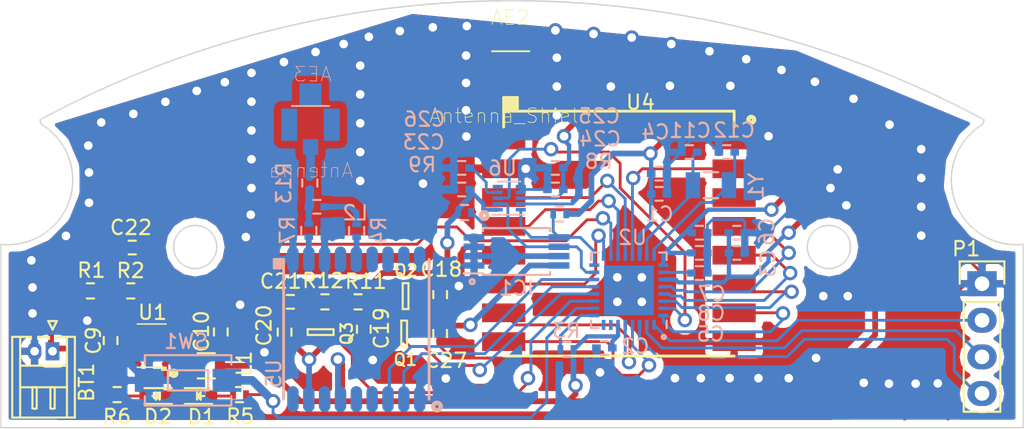
<source format=kicad_pcb>
(kicad_pcb (version 4) (host pcbnew 4.0.5+dfsg1-4)
  (layers (0 F.Cu signal) (31 B.Cu signal) (34 B.Paste user) (35 F.Paste user) (36 B.SilkS user) (37 F.SilkS user) (38 B.Mask user hide) (39 F.Mask user hide) (44 Edge.Cuts user))
  (net 0 "")
  (net 1 "Net-(AE2-Pad1)")
  (net 2 /VIN)
  (net 3 GND)
  (net 4 +3V3)
  (net 5 /LFXAL_N)
  (net 6 /LFXAL_P)
  (net 7 /VCC_LORA)
  (net 8 /VCC_GPS)
  (net 9 "Net-(D1-Pad2)")
  (net 10 "Net-(D2-Pad2)")
  (net 11 "Net-(L1-Pad1)")
  (net 12 /RESET)
  (net 13 /SWCLK)
  (net 14 /SWDIO)
  (net 15 /SWO)
  (net 16 /LORA_EN)
  (net 17 /GPS_EN)
  (net 18 /ADC_VIN)
  (net 19 /LED1)
  (net 20 /LORA_DIO4)
  (net 21 /LORA_SCK)
  (net 22 /LORA_DIO3)
  (net 23 /LORA_DIO5)
  (net 24 /LORA_DIO2)
  (net 25 /GPS_RXD)
  (net 26 /GPS_TXD)
  (net 27 /LORA_MISO)
  (net 28 /LORA_MOSI)
  (net 29 /LORA_NSS)
  (net 30 /LORA_DIO1)
  (net 31 /LORA_DIO0)
  (net 32 "Net-(C26-Pad1)")
  (net 33 /SDA)
  (net 34 /SCL)
  (net 35 "Net-(U1-Pad4)")
  (net 36 "Net-(U1-Pad6)")
  (net 37 "Net-(U1-Pad7)")
  (net 38 /LORA_RST)
  (net 39 "Net-(U5-Pad15)")
  (net 40 "Net-(U5-Pad16)")
  (net 41 "Net-(U5-Pad17)")
  (net 42 "Net-(U5-Pad18)")
  (net 43 "Net-(U5-Pad4)")
  (net 44 "Net-(U5-Pad5)")
  (net 45 "Net-(U5-Pad7)")
  (net 46 "Net-(U5-Pad9)")
  (net 47 "Net-(U6-Pad5)")
  (net 48 /WK)
  (net 49 "Net-(U2-Pad7)")
  (net 50 "Net-(U2-Pad8)")
  (net 51 /DECOUPLE)
  (net 52 "Net-(C27-Pad2)")
  (net 53 "Net-(L2-Pad2)")
  (net 54 "Net-(R4-Pad2)")
  (net 55 "Net-(R7-Pad2)")
  (net 56 "Net-(U5-Pad13)")
  (net 57 "Net-(AE3-Pad1)")
  (net 58 "Net-(L2-Pad1)")
  (module Footprint_lib:VIA (layer F.Cu) (at 161.55 100.7 180)
    (fp_text reference REF** hide)
    (fp_text value VIA-0.6mm hide)
    (pad 1 thru_hole circle (at 0 0 180) (size 1 1) (drill 0.6) (layers *.Cu) (net 3 GND))
  )
  (module Footprint_lib:VIA (layer F.Cu) (at 159 106.35 180)
    (fp_text reference REF** hide)
    (fp_text value VIA-0.6mm hide)
    (pad 1 thru_hole circle (at 0 0 180) (size 1 1) (drill 0.6) (layers *.Cu) (net 3 GND))
  )
  (module Footprint_lib:VIA (layer F.Cu) (at 159 104.35 180)
    (fp_text reference REF** hide)
    (fp_text value VIA-0.6mm hide)
    (pad 1 thru_hole circle (at 0 0 180) (size 1 1) (drill 0.6) (layers *.Cu) (net 3 GND))
  )
  (module Footprint_lib:VIA (layer F.Cu) (at 159 102.35 180)
    (fp_text reference REF** hide)
    (fp_text value VIA-0.6mm hide)
    (pad 1 thru_hole circle (at 0 0 180) (size 1 1) (drill 0.6) (layers *.Cu) (net 3 GND))
  )
  (module Footprint_lib:VIA (layer F.Cu) (at 145.35 110.9 180)
    (fp_text reference REF** hide)
    (fp_text value VIA-0.6mm hide)
    (pad 1 thru_hole circle (at 0 0 180) (size 1 1) (drill 0.6) (layers *.Cu) (net 3 GND))
  )
  (module Footprint_lib:VIA (layer F.Cu) (at 145.35 108.9 180)
    (fp_text reference REF** hide)
    (fp_text value VIA-0.6mm hide)
    (pad 1 thru_hole circle (at 0 0 180) (size 1 1) (drill 0.6) (layers *.Cu) (net 3 GND))
  )
  (module Footprint_lib:VIA (layer F.Cu) (at 145.35 106.9 180)
    (fp_text reference REF** hide)
    (fp_text value VIA-0.6mm hide)
    (pad 1 thru_hole circle (at 0 0 180) (size 1 1) (drill 0.6) (layers *.Cu) (net 3 GND))
  )
  (module Footprint_lib:VIA (layer F.Cu) (at 145.35 104.9 180)
    (fp_text reference REF** hide)
    (fp_text value VIA-0.6mm hide)
    (pad 1 thru_hole circle (at 0 0 180) (size 1 1) (drill 0.6) (layers *.Cu) (net 3 GND))
  )
  (module Footprint_lib:VIA (layer F.Cu) (at 137.8 111.4 270)
    (fp_text reference REF** hide)
    (fp_text value VIA-0.6mm hide)
    (pad 1 thru_hole circle (at 0 0 270) (size 1 1) (drill 0.6) (layers *.Cu) (net 3 GND))
  )
  (module Footprint_lib:VIA (layer F.Cu) (at 137.8 109.4 270)
    (fp_text reference REF** hide)
    (fp_text value VIA-0.6mm hide)
    (pad 1 thru_hole circle (at 0 0 270) (size 1 1) (drill 0.6) (layers *.Cu) (net 3 GND))
  )
  (module Footprint_lib:VIA (layer F.Cu) (at 137.8 107.4 270)
    (fp_text reference REF** hide)
    (fp_text value VIA-0.6mm hide)
    (pad 1 thru_hole circle (at 0 0 270) (size 1 1) (drill 0.6) (layers *.Cu) (net 3 GND))
  )
  (module Footprint_lib:VIA (layer F.Cu) (at 137.8 105.4 270)
    (fp_text reference REF** hide)
    (fp_text value VIA-0.6mm hide)
    (pad 1 thru_hole circle (at 0 0 270) (size 1 1) (drill 0.6) (layers *.Cu) (net 3 GND))
  )
  (module Footprint_lib:IPEX_Connector (layer B.Cu) (at 141.9 107 180)
    (fp_text reference AE3 (at -0.15 3.5 180) (layer B.SilkS) (effects (font (size 1.00268 1.00268) (thickness 0.05)) (justify mirror)))
    (fp_text value Antenna (at -0.025284 -3.17439 180) (layer B.SilkS) (effects (font (size 1.00289 1.00289) (thickness 0.05)) (justify mirror)))
    (pad 2 smd rect (at -1.475 0 180) (size 1.1 2.25) (layers B.Cu B.Paste B.Mask))
    (pad 2 smd rect (at 1.475 0 180) (size 1.1 2.25) (layers B.Cu B.Paste B.Mask))
    (pad 1 smd rect (at 0 -1.55 180) (size 1.05 1.1) (layers B.Cu B.Paste B.Mask) (net 57 "Net-(AE3-Pad1)"))
    (pad 2 smd rect (at 0 2.1 180) (size 1.524 1.524) (layers B.Cu B.Paste B.Mask))
  )
  (module Footprint_lib:IPEX_Connector (layer F.Cu) (at 155.8 103.2)
    (fp_text reference AE2 (at -0.03 -3.63 180) (layer F.SilkS) (effects (font (size 1.00268 1.00268) (thickness 0.05))))
    (fp_text value Antenna_Shield (at -0.025284 3.17439) (layer F.SilkS) (effects (font (size 1.00289 1.00289) (thickness 0.05))))
    (pad 2 smd rect (at -1.475 0) (size 1.1 2.25) (layers F.Cu F.Paste F.Mask) (net 3 GND))
    (pad 2 smd rect (at 1.475 0) (size 1.1 2.25) (layers F.Cu F.Paste F.Mask) (net 3 GND))
    (pad 1 smd rect (at 0 1.55) (size 1.05 1.1) (layers F.Cu F.Paste F.Mask) (net 1 "Net-(AE2-Pad1)"))
    (pad 2 smd rect (at 0 -2.2) (size 1.524 1.524) (layers F.Cu F.Paste F.Mask) (net 3 GND))
  )
  (module Footprint_lib:VIA (layer F.Cu) (at 146.22 123.34 180)
    (fp_text reference REF** hide)
    (fp_text value VIA-0.6mm hide)
    (pad 1 thru_hole circle (at 0 0 180) (size 1 1) (drill 0.6) (layers *.Cu) (net 3 GND))
  )
  (module Footprint_lib:VIA (layer F.Cu) (at 149.71 111.09 180)
    (fp_text reference REF** hide)
    (fp_text value VIA-0.6mm hide)
    (pad 1 thru_hole circle (at 0 0 180) (size 1 1) (drill 0.6) (layers *.Cu) (net 3 GND))
  )
  (module Footprint_lib:VIA (layer F.Cu) (at 145.35 102.9 180)
    (fp_text reference REF** hide)
    (fp_text value VIA-0.6mm hide)
    (pad 1 thru_hole circle (at 0 0 180) (size 1 1) (drill 0.6) (layers *.Cu) (net 3 GND))
  )
  (module Footprint_lib:VIA (layer F.Cu) (at 137.01 119.5 180)
    (fp_text reference REF** hide)
    (fp_text value VIA-0.6mm hide)
    (pad 1 thru_hole circle (at 0 0 180) (size 1 1) (drill 0.6) (layers *.Cu) (net 3 GND))
  )
  (module Footprint_lib:VIA (layer F.Cu) (at 148.1 100.5 180)
    (fp_text reference REF** hide)
    (fp_text value VIA-0.6mm hide)
    (pad 1 thru_hole circle (at 0 0 180) (size 1 1) (drill 0.6) (layers *.Cu) (net 3 GND))
  )
  (module Footprint_lib:VIA (layer F.Cu) (at 145.95 100.9 180)
    (fp_text reference REF** hide)
    (fp_text value VIA-0.6mm hide)
    (pad 1 thru_hole circle (at 0 0 180) (size 1 1) (drill 0.6) (layers *.Cu) (net 3 GND))
  )
  (module Footprint_lib:VIA (layer F.Cu) (at 142.25 101.95 180)
    (fp_text reference REF** hide)
    (fp_text value VIA-0.6mm hide)
    (pad 1 thru_hole circle (at 0 0 180) (size 1 1) (drill 0.6) (layers *.Cu) (net 3 GND))
  )
  (module Footprint_lib:VIA (layer F.Cu) (at 144.2 101.4 180)
    (fp_text reference REF** hide)
    (fp_text value VIA-0.6mm hide)
    (pad 1 thru_hole circle (at 0 0 180) (size 1 1) (drill 0.6) (layers *.Cu) (net 3 GND))
  )
  (module Footprint_lib:VIA (layer F.Cu) (at 158.9 100.45 180)
    (fp_text reference REF** hide)
    (fp_text value VIA-0.6mm hide)
    (pad 1 thru_hole circle (at 0 0 180) (size 1 1) (drill 0.6) (layers *.Cu) (net 3 GND))
  )
  (module Footprint_lib:VIA (layer F.Cu) (at 169.6 101.9 180)
    (fp_text reference REF** hide)
    (fp_text value VIA-0.6mm hide)
    (pad 1 thru_hole circle (at 0 0 180) (size 1 1) (drill 0.6) (layers *.Cu) (net 3 GND))
  )
  (module Footprint_lib:VIA (layer F.Cu) (at 166.95 101.4 180)
    (fp_text reference REF** hide)
    (fp_text value VIA-0.6mm hide)
    (pad 1 thru_hole circle (at 0 0 180) (size 1 1) (drill 0.6) (layers *.Cu) (net 3 GND))
  )
  (module Footprint_lib:VIA (layer F.Cu) (at 137.41 114.8 180)
    (fp_text reference REF** hide)
    (fp_text value VIA-0.6mm hide)
    (pad 1 thru_hole circle (at 0 0 180) (size 1 1) (drill 0.6) (layers *.Cu) (net 3 GND))
  )
  (module Footprint_lib:VIA (layer F.Cu) (at 140.05 102.65 180)
    (fp_text reference REF** hide)
    (fp_text value VIA-0.6mm hide)
    (pad 1 thru_hole circle (at 0 0 180) (size 1 1) (drill 0.6) (layers *.Cu) (net 3 GND))
  )
  (module Footprint_lib:VIA (layer F.Cu) (at 137.8 103.4 270)
    (fp_text reference REF** hide)
    (fp_text value VIA-0.6mm hide)
    (pad 1 thru_hole circle (at 0 0 270) (size 1 1) (drill 0.6) (layers *.Cu) (net 3 GND))
  )
  (module Footprint_lib:VIA (layer F.Cu) (at 135.95 104.05 180)
    (fp_text reference REF** hide)
    (fp_text value VIA-0.6mm hide)
    (pad 1 thru_hole circle (at 0 0 180) (size 1 1) (drill 0.6) (layers *.Cu) (net 3 GND))
  )
  (module Footprint_lib:VIA (layer F.Cu) (at 137.75 113.25 180)
    (fp_text reference REF** hide)
    (fp_text value VIA-0.6mm hide)
    (pad 1 thru_hole circle (at 0 0 180) (size 1 1) (drill 0.6) (layers *.Cu) (net 3 GND))
  )
  (module Footprint_lib:VIA (layer F.Cu) (at 152.7 102.2 180)
    (fp_text reference REF** hide)
    (fp_text value VIA-0.6mm hide)
    (pad 1 thru_hole circle (at 0 0 180) (size 1 1) (drill 0.6) (layers *.Cu) (net 3 GND))
  )
  (module Footprint_lib:VIA (layer F.Cu) (at 152.7 104.1 180)
    (fp_text reference REF** hide)
    (fp_text value VIA-0.6mm hide)
    (pad 1 thru_hole circle (at 0 0 180) (size 1 1) (drill 0.6) (layers *.Cu) (net 3 GND))
  )
  (module Footprint_lib:VIA (layer F.Cu) (at 150.39 100.24 180)
    (fp_text reference REF** hide)
    (fp_text value VIA-0.6mm hide)
    (pad 1 thru_hole circle (at 0 0 180) (size 1 1) (drill 0.6) (layers *.Cu) (net 3 GND))
  )
  (module Footprint_lib:VIA (layer F.Cu) (at 129.6 106.25 180)
    (fp_text reference REF** hide)
    (fp_text value VIA-0.6mm hide)
    (pad 1 thru_hole circle (at 0 0 180) (size 1 1) (drill 0.6) (layers *.Cu) (net 3 GND))
  )
  (module Footprint_lib:VIA (layer F.Cu) (at 131.826 105.41 180)
    (fp_text reference REF** hide)
    (fp_text value VIA-0.6mm hide)
    (pad 1 thru_hole circle (at 0 0 180) (size 1 1) (drill 0.6) (layers *.Cu) (net 3 GND))
  )
  (module Footprint_lib:VIA (layer F.Cu) (at 179.1 112.6 180)
    (fp_text reference REF** hide)
    (fp_text value VIA-0.6mm hide)
    (pad 1 thru_hole circle (at 0 0 180) (size 1 1) (drill 0.6) (layers *.Cu) (net 3 GND))
  )
  (module Footprint_lib:VIA (layer F.Cu) (at 179.2 118.9 180)
    (fp_text reference REF** hide)
    (fp_text value VIA-0.6mm hide)
    (pad 1 thru_hole circle (at 0 0 180) (size 1 1) (drill 0.6) (layers *.Cu) (net 3 GND))
  )
  (module Footprint_lib:VIA (layer F.Cu) (at 177.5 118.9 180)
    (fp_text reference REF** hide)
    (fp_text value VIA-0.6mm hide)
    (pad 1 thru_hole circle (at 0 0 180) (size 1 1) (drill 0.6) (layers *.Cu) (net 3 GND))
  )
  (module Footprint_lib:VIA (layer F.Cu) (at 178 111.4 180)
    (fp_text reference REF** hide)
    (fp_text value VIA-0.6mm hide)
    (pad 1 thru_hole circle (at 0 0 180) (size 1 1) (drill 0.6) (layers *.Cu) (net 3 GND))
  )
  (module Footprint_lib:VIA (layer F.Cu) (at 182.1 107 180)
    (fp_text reference REF** hide)
    (fp_text value VIA-0.6mm hide)
    (pad 1 thru_hole circle (at 0 0 180) (size 1 1) (drill 0.6) (layers *.Cu) (net 3 GND))
  )
  (module Footprint_lib:VIA (layer F.Cu) (at 179.6 105.2 180)
    (fp_text reference REF** hide)
    (fp_text value VIA-0.6mm hide)
    (pad 1 thru_hole circle (at 0 0 180) (size 1 1) (drill 0.6) (layers *.Cu) (net 3 GND))
  )
  (module Footprint_lib:VIA (layer F.Cu) (at 184.3 114.7 180)
    (fp_text reference REF** hide)
    (fp_text value VIA-0.6mm hide)
    (pad 1 thru_hole circle (at 0 0 180) (size 1 1) (drill 0.6) (layers *.Cu) (net 3 GND))
  )
  (module Footprint_lib:VIA (layer F.Cu) (at 184.3 112.7 180)
    (fp_text reference REF** hide)
    (fp_text value VIA-0.6mm hide)
    (pad 1 thru_hole circle (at 0 0 180) (size 1 1) (drill 0.6) (layers *.Cu) (net 3 GND))
  )
  (module Footprint_lib:VIA (layer F.Cu) (at 184.3 110.7 180)
    (fp_text reference REF** hide)
    (fp_text value VIA-0.6mm hide)
    (pad 1 thru_hole circle (at 0 0 180) (size 1 1) (drill 0.6) (layers *.Cu) (net 3 GND))
  )
  (module Footprint_lib:VIA (layer F.Cu) (at 184.3 108.7 180)
    (fp_text reference REF** hide)
    (fp_text value VIA-0.6mm hide)
    (pad 1 thru_hole circle (at 0 0 180) (size 1 1) (drill 0.6) (layers *.Cu) (net 3 GND))
  )
  (module Footprint_lib:VIA (layer F.Cu) (at 175.1 124.6 180)
    (fp_text reference REF** hide)
    (fp_text value VIA-0.6mm hide)
    (pad 1 thru_hole circle (at 0 0 180) (size 1 1) (drill 0.6) (layers *.Cu) (net 3 GND))
  )
  (module Footprint_lib:VIA (layer F.Cu) (at 173 124.6 180)
    (fp_text reference REF** hide)
    (fp_text value VIA-0.6mm hide)
    (pad 1 thru_hole circle (at 0 0 180) (size 1 1) (drill 0.6) (layers *.Cu) (net 3 GND))
  )
  (module Footprint_lib:VIA (layer F.Cu) (at 171 124.6 180)
    (fp_text reference REF** hide)
    (fp_text value VIA-0.6mm hide)
    (pad 1 thru_hole circle (at 0 0 180) (size 1 1) (drill 0.6) (layers *.Cu) (net 3 GND))
  )
  (module Footprint_lib:VIA (layer F.Cu) (at 177 123.2 180)
    (fp_text reference REF** hide)
    (fp_text value VIA-0.6mm hide)
    (pad 1 thru_hole circle (at 0 0 180) (size 1 1) (drill 0.6) (layers *.Cu) (net 3 GND))
  )
  (module Footprint_lib:VIA (layer F.Cu) (at 169 124.6 180)
    (fp_text reference REF** hide)
    (fp_text value VIA-0.6mm hide)
    (pad 1 thru_hole circle (at 0 0 180) (size 1 1) (drill 0.6) (layers *.Cu) (net 3 GND))
  )
  (module Footprint_lib:VIA (layer F.Cu) (at 167.2 124.6 180)
    (fp_text reference REF** hide)
    (fp_text value VIA-0.6mm hide)
    (pad 1 thru_hole circle (at 0 0 180) (size 1 1) (drill 0.6) (layers *.Cu) (net 3 GND))
  )
  (module Footprint_lib:VIA (layer F.Cu) (at 180.31 124.92 180)
    (fp_text reference REF** hide)
    (fp_text value VIA-0.6mm hide)
    (pad 1 thru_hole circle (at 0 0 180) (size 1 1) (drill 0.6) (layers *.Cu) (net 3 GND))
  )
  (module Footprint_lib:VIA (layer F.Cu) (at 185.45 124.96 180)
    (fp_text reference REF** hide)
    (fp_text value VIA-0.6mm hide)
    (pad 1 thru_hole circle (at 0 0 180) (size 1 1) (drill 0.6) (layers *.Cu) (net 3 GND))
  )
  (module Footprint_lib:VIA (layer F.Cu) (at 183.91 124.98 180)
    (fp_text reference REF** hide)
    (fp_text value VIA-0.6mm hide)
    (pad 1 thru_hole circle (at 0 0 180) (size 1 1) (drill 0.6) (layers *.Cu) (net 3 GND))
  )
  (module Footprint_lib:VIA (layer F.Cu) (at 182.06 124.98 180)
    (fp_text reference REF** hide)
    (fp_text value VIA-0.6mm hide)
    (pad 1 thru_hole circle (at 0 0 180) (size 1 1) (drill 0.6) (layers *.Cu) (net 3 GND))
  )
  (module Footprint_lib:VIA (layer F.Cu) (at 176.92 104.02 180)
    (fp_text reference REF** hide)
    (fp_text value VIA-0.6mm hide)
    (pad 1 thru_hole circle (at 0 0 180) (size 1 1) (drill 0.6) (layers *.Cu) (net 3 GND))
  )
  (module Footprint_lib:VIA (layer F.Cu) (at 162.75 104.35 180)
    (fp_text reference REF** hide)
    (fp_text value VIA-0.6mm hide)
    (pad 1 thru_hole circle (at 0 0 180) (size 1 1) (drill 0.6) (layers *.Cu) (net 3 GND))
  )
  (module Footprint_lib:VIA (layer F.Cu) (at 171.05 104.3 180)
    (fp_text reference REF** hide)
    (fp_text value VIA-0.6mm hide)
    (pad 1 thru_hole circle (at 0 0 180) (size 1 1) (drill 0.6) (layers *.Cu) (net 3 GND))
  )
  (module Footprint_lib:VIA (layer F.Cu) (at 166.85 104.3 180)
    (fp_text reference REF** hide)
    (fp_text value VIA-0.6mm hide)
    (pad 1 thru_hole circle (at 0 0 180) (size 1 1) (drill 0.6) (layers *.Cu) (net 3 GND))
  )
  (module Footprint_lib:VIA (layer F.Cu) (at 174.6 103.2 180)
    (fp_text reference REF** hide)
    (fp_text value VIA-0.6mm hide)
    (pad 1 thru_hole circle (at 0 0 180) (size 1 1) (drill 0.6) (layers *.Cu) (net 3 GND))
  )
  (module Footprint_lib:VIA (layer F.Cu) (at 172.15 102.45 180)
    (fp_text reference REF** hide)
    (fp_text value VIA-0.6mm hide)
    (pad 1 thru_hole circle (at 0 0 180) (size 1 1) (drill 0.6) (layers *.Cu) (net 3 GND))
  )
  (module Footprint_lib:VIA (layer F.Cu) (at 152.75 100.15 180)
    (fp_text reference REF** hide)
    (fp_text value VIA-0.6mm hide)
    (pad 1 thru_hole circle (at 0 0 180) (size 1 1) (drill 0.6) (layers *.Cu) (net 3 GND))
  )
  (module Footprint_lib:VIA (layer F.Cu) (at 152.7 106 180)
    (fp_text reference REF** hide)
    (fp_text value VIA-0.6mm hide)
    (pad 1 thru_hole circle (at 0 0 180) (size 1 1) (drill 0.6) (layers *.Cu) (net 3 GND))
  )
  (module Footprint_lib:VIA (layer F.Cu) (at 152.72 107.82 180)
    (fp_text reference REF** hide)
    (fp_text value VIA-0.6mm hide)
    (pad 1 thru_hole circle (at 0 0 180) (size 1 1) (drill 0.6) (layers *.Cu) (net 3 GND))
  )
  (module Footprint_lib:VIA (layer F.Cu) (at 164.2 100.95 180)
    (fp_text reference REF** hide)
    (fp_text value VIA-0.6mm hide)
    (pad 1 thru_hole circle (at 0 0 180) (size 1 1) (drill 0.6) (layers *.Cu) (net 3 GND))
  )
  (module Footprint_lib:VIA (layer F.Cu) (at 134 104.65 180)
    (fp_text reference REF** hide)
    (fp_text value VIA-0.6mm hide)
    (pad 1 thru_hole circle (at 0 0 180) (size 1 1) (drill 0.6) (layers *.Cu) (net 3 GND))
  )
  (module Footprint_lib:VIA (layer F.Cu) (at 127.37 106.84 180)
    (fp_text reference REF** hide)
    (fp_text value VIA-0.6mm hide)
    (pad 1 thru_hole circle (at 0 0 180) (size 1 1) (drill 0.6) (layers *.Cu) (net 3 GND))
  )
  (module Footprint_lib:VIA (layer F.Cu) (at 126.47 108.45 180)
    (fp_text reference REF** hide)
    (fp_text value VIA-0.6mm hide)
    (pad 1 thru_hole circle (at 0 0 180) (size 1 1) (drill 0.6) (layers *.Cu) (net 3 GND))
  )
  (module Footprint_lib:VIA (layer F.Cu) (at 126.52 110.32 180)
    (fp_text reference REF** hide)
    (fp_text value VIA-0.6mm hide)
    (pad 1 thru_hole circle (at 0 0 180) (size 1 1) (drill 0.6) (layers *.Cu) (net 3 GND))
  )
  (module Footprint_lib:VIA (layer F.Cu) (at 126.52 112.42 180)
    (fp_text reference REF** hide)
    (fp_text value VIA-0.6mm hide)
    (pad 1 thru_hole circle (at 0 0 180) (size 1 1) (drill 0.6) (layers *.Cu) (net 3 GND))
  )
  (module Footprint_lib:VIA (layer F.Cu) (at 124.92 114.72 180)
    (fp_text reference REF** hide)
    (fp_text value VIA-0.6mm hide)
    (pad 1 thru_hole circle (at 0 0 180) (size 1 1) (drill 0.6) (layers *.Cu) (net 3 GND))
  )
  (module Footprint_lib:VIA (layer F.Cu) (at 122.52 116.42 180)
    (fp_text reference REF** hide)
    (fp_text value VIA-0.6mm hide)
    (pad 1 thru_hole circle (at 0 0 180) (size 1 1) (drill 0.6) (layers *.Cu) (net 3 GND))
  )
  (module Housings_SSOP:TSSOP-8_4.4x3mm_Pitch0.65mm (layer B.Cu) (at 156.2 115.8)
    (fp_text reference IC1 (at 0 2.55) (layer B.SilkS) (effects (justify mirror)))
    (fp_text value AT24CS02-XHM)
    (pad 1 smd rect (at -2.95 0.975) (size 1.45 0.45) (layers B.Cu B.Paste B.Mask) (net 3 GND))
    (pad 2 smd rect (at -2.95 0.325) (size 1.45 0.45) (layers B.Cu B.Paste B.Mask) (net 3 GND))
    (pad 3 smd rect (at -2.95 -0.325) (size 1.45 0.45) (layers B.Cu B.Paste B.Mask) (net 3 GND))
    (pad 4 smd rect (at -2.95 -0.975) (size 1.45 0.45) (layers B.Cu B.Paste B.Mask) (net 3 GND))
    (pad 5 smd rect (at 2.95 -0.975) (size 1.45 0.45) (layers B.Cu B.Paste B.Mask) (net 33 /SDA))
    (pad 6 smd rect (at 2.95 -0.325) (size 1.45 0.45) (layers B.Cu B.Paste B.Mask) (net 34 /SCL))
    (pad 7 smd rect (at 2.95 0.325) (size 1.45 0.45) (layers B.Cu B.Paste B.Mask) (net 3 GND))
    (pad 8 smd rect (at 2.95 0.975) (size 1.45 0.45) (layers B.Cu B.Paste B.Mask) (net 52 "Net-(C27-Pad2)"))
  )
  (module Footprint_lib:VIA (layer F.Cu) (at 164.9 119.3 180)
    (fp_text reference REF** hide)
    (fp_text value VIA-0.6mm hide)
    (pad 1 thru_hole circle (at 0 0 180) (size 1 1) (drill 0.6) (layers *.Cu) (net 3 GND))
  )
  (module Footprint_lib:VIA (layer F.Cu) (at 163.2 119.3 180)
    (fp_text reference REF** hide)
    (fp_text value VIA-0.6mm hide)
    (pad 1 thru_hole circle (at 0 0 180) (size 1 1) (drill 0.6) (layers *.Cu) (net 3 GND))
  )
  (module Footprint_lib:VIA (layer F.Cu) (at 163.2 117.6 180)
    (fp_text reference REF** hide)
    (fp_text value VIA-0.6mm hide)
    (pad 1 thru_hole circle (at 0 0 180) (size 1 1) (drill 0.6) (layers *.Cu) (net 3 GND))
  )
  (module Footprint_lib:VIA (layer F.Cu) (at 164.9 117.6 180)
    (fp_text reference REF** hide)
    (fp_text value VIA-0.6mm hide)
    (pad 1 thru_hole circle (at 0 0 180) (size 1 1) (drill 0.6) (layers *.Cu) (net 3 GND))
  )
  (module Footprint_lib:L70_GPS (layer B.Cu) (at 144.53 120.8 270)
    (fp_text reference U5 (at 3.48 5.18 270) (layer B.SilkS) (effects (justify mirror)))
    (fp_text value L70)
    (pad 10 smd oval (at -4.45 3.85 270) (size 1.8 0.8) (layers B.Cu B.Paste B.Mask) (net 3 GND))
    (pad 11 smd oval (at -4.45 2.75 270) (size 1.8 0.8) (layers B.Cu B.Paste B.Mask) (net 55 "Net-(R7-Pad2)"))
    (pad 12 smd oval (at -4.45 1.65 270) (size 1.8 0.8) (layers B.Cu B.Paste B.Mask) (net 3 GND))
    (pad 13 smd oval (at -4.45 0.55 270) (size 1.8 0.8) (layers B.Cu B.Paste B.Mask) (net 56 "Net-(U5-Pad13)"))
    (pad 14 smd oval (at -4.45 -0.55 270) (size 1.8 0.8) (layers B.Cu B.Paste B.Mask) (net 54 "Net-(R4-Pad2)"))
    (pad 15 smd oval (at -4.45 -1.65 270) (size 1.8 0.8) (layers B.Cu B.Paste B.Mask) (net 39 "Net-(U5-Pad15)"))
    (pad 16 smd oval (at -4.45 -2.75 270) (size 1.8 0.8) (layers B.Cu B.Paste B.Mask) (net 40 "Net-(U5-Pad16)"))
    (pad 17 smd oval (at -4.45 -3.85 270) (size 1.8 0.8) (layers B.Cu B.Paste B.Mask) (net 41 "Net-(U5-Pad17)"))
    (pad 18 smd oval (at -4.45 -4.95 270) (size 1.8 0.8) (layers B.Cu B.Paste B.Mask) (net 42 "Net-(U5-Pad18)"))
    (pad 1 smd oval (at 5.25 -4.95 270) (size 1.8 0.8) (layers B.Cu B.Paste B.Mask) (net 3 GND))
    (pad 2 smd oval (at 5.25 -3.85 270) (size 1.8 0.8) (layers B.Cu B.Paste B.Mask) (net 26 /GPS_TXD))
    (pad 3 smd oval (at 5.25 -2.75 270) (size 1.8 0.8) (layers B.Cu B.Paste B.Mask) (net 25 /GPS_RXD))
    (pad 4 smd oval (at 5.25 -1.65 270) (size 1.8 0.8) (layers B.Cu B.Paste B.Mask) (net 43 "Net-(U5-Pad4)"))
    (pad 5 smd oval (at 5.25 -0.55 270) (size 1.8 0.8) (layers B.Cu B.Paste B.Mask) (net 44 "Net-(U5-Pad5)"))
    (pad 6 smd oval (at 5.25 0.55 270) (size 1.8 0.8) (layers B.Cu B.Paste B.Mask) (net 4 +3V3))
    (pad 7 smd oval (at 5.25 1.65 270) (size 1.8 0.8) (layers B.Cu B.Paste B.Mask) (net 45 "Net-(U5-Pad7)"))
    (pad 8 smd oval (at 5.25 2.75 270) (size 1.8 0.8) (layers B.Cu B.Paste B.Mask) (net 8 /VCC_GPS))
    (pad 9 smd oval (at 5.25 3.85 270) (size 1.8 0.8) (layers B.Cu B.Paste B.Mask) (net 46 "Net-(U5-Pad9)"))
  )
  (module Footprint_lib:SX1278-433-RA2 (layer F.Cu) (at 162.7 113.5)
    (fp_text reference U4 (at 2.11 -8.05) (layer F.SilkS))
    (fp_text value SX1276-868)
    (pad 1 smd rect (at 8.61 -5.44) (size 3 1.3) (layers F.Cu F.Paste F.Mask) (net 3 GND))
    (pad 2 smd rect (at 8.61 -3.44) (size 3 1.3) (layers F.Cu F.Paste F.Mask) (net 23 /LORA_DIO5))
    (pad 3 smd rect (at 8.61 -1.44) (size 3 1.3) (layers F.Cu F.Paste F.Mask) (net 38 /LORA_RST))
    (pad 4 smd rect (at 8.61 0.56) (size 3 1.3) (layers F.Cu F.Paste F.Mask) (net 29 /LORA_NSS))
    (pad 5 smd rect (at 8.61 2.56) (size 3 1.3) (layers F.Cu F.Paste F.Mask) (net 21 /LORA_SCK))
    (pad 6 smd rect (at 8.61 4.56) (size 3 1.3) (layers F.Cu F.Paste F.Mask) (net 28 /LORA_MOSI))
    (pad 7 smd rect (at 8.61 6.56) (size 3 1.3) (layers F.Cu F.Paste F.Mask) (net 27 /LORA_MISO))
    (pad 8 smd rect (at 8.61 8.56) (size 3 1.3) (layers F.Cu F.Paste F.Mask) (net 3 GND))
    (pad 9 smd rect (at -7.39 8.56) (size 3 1.3) (layers F.Cu F.Paste F.Mask) (net 24 /LORA_DIO2))
    (pad 10 smd rect (at -7.39 6.56) (size 3 1.3) (layers F.Cu F.Paste F.Mask) (net 30 /LORA_DIO1))
    (pad 11 smd rect (at -7.39 4.56) (size 3 1.3) (layers F.Cu F.Paste F.Mask) (net 31 /LORA_DIO0))
    (pad 12 smd rect (at -7.39 2.56) (size 3 1.3) (layers F.Cu F.Paste F.Mask) (net 7 /VCC_LORA))
    (pad 13 smd rect (at -7.39 0.56) (size 3 1.3) (layers F.Cu F.Paste F.Mask) (net 20 /LORA_DIO4))
    (pad 14 smd rect (at -7.39 -1.44) (size 3 1.3) (layers F.Cu F.Paste F.Mask) (net 22 /LORA_DIO3))
    (pad 15 smd rect (at -7.39 -3.44) (size 3 1.3) (layers F.Cu F.Paste F.Mask) (net 3 GND))
    (pad 16 smd rect (at -7.39 -5.44) (size 3 1.3) (layers F.Cu F.Paste F.Mask) (net 1 "Net-(AE2-Pad1)"))
  )
  (module Footprint_lib:VIA (layer F.Cu) (at 122.6 118.3 180)
    (fp_text reference REF** hide)
    (fp_text value VIA-0.6mm hide)
    (pad 1 thru_hole circle (at 0 0 180) (size 1 1) (drill 0.6) (layers *.Cu) (net 3 GND))
  )
  (module Footprint_lib:VIA (layer F.Cu) (at 122.6 120.1 180)
    (fp_text reference REF** hide)
    (fp_text value VIA-0.6mm hide)
    (pad 1 thru_hole circle (at 0 0 180) (size 1 1) (drill 0.6) (layers *.Cu) (net 3 GND))
  )
  (module Connectors_Hirose:Hirose_DF13-02P-1.25DS_02x1.25mm_Angled (layer F.Cu) (at 123.99 122.73 180)
    (fp_text reference BT1 (at -2.36 -2.16 270) (layer F.SilkS))
    (fp_text value 1.25-2AW-A99900-ND)
    (pad 1 thru_hole rect (at 0 0 180) (size 0.95 1.25) (drill 0.6) (layers *.Cu *.Mask) (net 2 /VIN))
    (pad 2 thru_hole oval (at 1.25 0 180) (size 0.95 1.25) (drill 0.6) (layers *.Cu *.Mask) (net 3 GND))
  )
  (module Capacitors_SMD:C_0402 (layer B.Cu) (at 166.1 111.8)
    (fp_text reference C1 (at 0.03 1.41) (layer B.SilkS) (effects (justify mirror)))
    (fp_text value 10nF)
    (pad 1 smd rect (at -0.55 0) (size 0.6 0.5) (layers B.Cu B.Paste B.Mask) (net 4 +3V3))
    (pad 2 smd rect (at 0.55 0) (size 0.6 0.5) (layers B.Cu B.Paste B.Mask) (net 3 GND))
  )
  (module Capacitors_SMD:C_0402 (layer B.Cu) (at 162.3 122.5 180)
    (fp_text reference C2 (at -2.15 0.12 180) (layer B.SilkS) (effects (justify mirror)))
    (fp_text value 10nF)
    (pad 1 smd rect (at -0.55 0 180) (size 0.6 0.5) (layers B.Cu B.Paste B.Mask) (net 4 +3V3))
    (pad 2 smd rect (at 0.55 0 180) (size 0.6 0.5) (layers B.Cu B.Paste B.Mask) (net 3 GND))
  )
  (module Capacitors_SMD:C_0402 (layer B.Cu) (at 171.5 115.9)
    (fp_text reference C3 (at 2.16 0.73 90) (layer B.SilkS) (effects (justify mirror)))
    (fp_text value 104)
    (pad 1 smd rect (at -0.55 0) (size 0.6 0.5) (layers B.Cu B.Paste B.Mask) (net 4 +3V3))
    (pad 2 smd rect (at 0.55 0) (size 0.6 0.5) (layers B.Cu B.Paste B.Mask) (net 3 GND))
  )
  (module Capacitors_SMD:C_0402 (layer B.Cu) (at 171.5 114.5)
    (fp_text reference C6 (at 2.07 -0.06 90) (layer B.SilkS) (effects (justify mirror)))
    (fp_text value 104)
    (pad 1 smd rect (at -0.55 0) (size 0.6 0.5) (layers B.Cu B.Paste B.Mask) (net 4 +3V3))
    (pad 2 smd rect (at 0.55 0) (size 0.6 0.5) (layers B.Cu B.Paste B.Mask) (net 3 GND))
  )
  (module Capacitors_SMD:C_0402 (layer B.Cu) (at 168.9 114.5)
    (fp_text reference C7 (at 0.86 4.24 180) (layer B.SilkS) (effects (justify mirror)))
    (fp_text value 10uF)
    (pad 1 smd rect (at -0.55 0) (size 0.6 0.5) (layers B.Cu B.Paste B.Mask) (net 4 +3V3))
    (pad 2 smd rect (at 0.55 0) (size 0.6 0.5) (layers B.Cu B.Paste B.Mask) (net 3 GND))
  )
  (module Capacitors_SMD:C_0402 (layer B.Cu) (at 168.9 115.9)
    (fp_text reference C8 (at 0.82 4.19) (layer B.SilkS) (effects (justify mirror)))
    (fp_text value 10uF)
    (pad 1 smd rect (at -0.55 0) (size 0.6 0.5) (layers B.Cu B.Paste B.Mask) (net 4 +3V3))
    (pad 2 smd rect (at 0.55 0) (size 0.6 0.5) (layers B.Cu B.Paste B.Mask) (net 3 GND))
  )
  (module Capacitors_SMD:C_0402 (layer F.Cu) (at 128.02 121.99 90)
    (fp_text reference C9 (at 0 -1.19 90) (layer F.SilkS))
    (fp_text value 10uF)
    (pad 1 smd rect (at -0.55 0 90) (size 0.6 0.5) (layers F.Cu F.Paste F.Mask) (net 2 /VIN))
    (pad 2 smd rect (at 0.55 0 90) (size 0.6 0.5) (layers F.Cu F.Paste F.Mask) (net 3 GND))
  )
  (module Capacitors_SMD:C_0402 (layer F.Cu) (at 135.67 121.39 90)
    (fp_text reference C10 (at 0.04 -1.34 90) (layer F.SilkS))
    (fp_text value 10uF)
    (pad 1 smd rect (at -0.55 0 90) (size 0.6 0.5) (layers F.Cu F.Paste F.Mask) (net 4 +3V3))
    (pad 2 smd rect (at 0.55 0 90) (size 0.6 0.5) (layers F.Cu F.Paste F.Mask) (net 3 GND))
  )
  (module Capacitors_SMD:C_0402 (layer B.Cu) (at 168.2 108.9 180)
    (fp_text reference C11 (at -0.05 1.5 180) (layer B.SilkS) (effects (justify mirror)))
    (fp_text value 22pF)
    (pad 1 smd rect (at -0.55 0 180) (size 0.6 0.5) (layers B.Cu B.Paste B.Mask) (net 5 /LFXAL_N))
    (pad 2 smd rect (at 0.55 0 180) (size 0.6 0.5) (layers B.Cu B.Paste B.Mask) (net 3 GND))
  )
  (module Capacitors_SMD:C_0402 (layer B.Cu) (at 170.8 108.9 180)
    (fp_text reference C12 (at -0.51 1.52 180) (layer B.SilkS) (effects (justify mirror)))
    (fp_text value 22pF)
    (pad 1 smd rect (at -0.55 0 180) (size 0.6 0.5) (layers B.Cu B.Paste B.Mask) (net 6 /LFXAL_P))
    (pad 2 smd rect (at 0.55 0 180) (size 0.6 0.5) (layers B.Cu B.Paste B.Mask) (net 3 GND))
  )
  (module Capacitors_SMD:C_0402 (layer F.Cu) (at 150.9 118.8 90)
    (fp_text reference C18 (at 1.76 0.08 360) (layer F.SilkS))
    (fp_text value 104)
    (pad 1 smd rect (at -0.55 0 90) (size 0.6 0.5) (layers F.Cu F.Paste F.Mask) (net 7 /VCC_LORA))
    (pad 2 smd rect (at 0.55 0 90) (size 0.6 0.5) (layers F.Cu F.Paste F.Mask) (net 3 GND))
  )
  (module Capacitors_SMD:C_0402 (layer F.Cu) (at 145.6 121.2 270)
    (fp_text reference C19 (at -0.06 -1.22 270) (layer F.SilkS))
    (fp_text value 4.7uF)
    (pad 1 smd rect (at -0.55 0 270) (size 0.6 0.5) (layers F.Cu F.Paste F.Mask) (net 4 +3V3))
    (pad 2 smd rect (at 0.55 0 270) (size 0.6 0.5) (layers F.Cu F.Paste F.Mask) (net 3 GND))
  )
  (module Capacitors_SMD:C_0402 (layer F.Cu) (at 140.1 121.4 90)
    (fp_text reference C20 (at 0.46 -1.43 90) (layer F.SilkS))
    (fp_text value 104)
    (pad 1 smd rect (at -0.55 0 90) (size 0.6 0.5) (layers F.Cu F.Paste F.Mask) (net 8 /VCC_GPS))
    (pad 2 smd rect (at 0.55 0 90) (size 0.6 0.5) (layers F.Cu F.Paste F.Mask) (net 3 GND))
  )
  (module Capacitors_SMD:C_0402 (layer F.Cu) (at 140.5 119.3 180)
    (fp_text reference C21 (at 0.67 1.43 180) (layer F.SilkS))
    (fp_text value 104)
    (pad 1 smd rect (at -0.55 0 180) (size 0.6 0.5) (layers F.Cu F.Paste F.Mask) (net 4 +3V3))
    (pad 2 smd rect (at 0.55 0 180) (size 0.6 0.5) (layers F.Cu F.Paste F.Mask) (net 3 GND))
  )
  (module Capacitors_SMD:C_0402 (layer F.Cu) (at 129.52 115.53 180)
    (fp_text reference C22 (at 0.09 1.39 180) (layer F.SilkS))
    (fp_text value 104)
    (pad 1 smd rect (at -0.55 0 180) (size 0.6 0.5) (layers F.Cu F.Paste F.Mask) (net 18 /ADC_VIN))
    (pad 2 smd rect (at 0.55 0 180) (size 0.6 0.5) (layers F.Cu F.Paste F.Mask) (net 3 GND))
  )
  (module Capacitors_SMD:C_0402 (layer B.Cu) (at 152.4 111.5 180)
    (fp_text reference C23 (at 2.64 3.29 360) (layer B.SilkS) (effects (justify mirror)))
    (fp_text value 1uF)
    (pad 1 smd rect (at -0.55 0 180) (size 0.6 0.5) (layers B.Cu B.Paste B.Mask) (net 4 +3V3))
    (pad 2 smd rect (at 0.55 0 180) (size 0.6 0.5) (layers B.Cu B.Paste B.Mask) (net 3 GND))
  )
  (module Capacitors_SMD:C_0402 (layer B.Cu) (at 158.9 111.5 180)
    (fp_text reference C24 (at -3.1 3.51 360) (layer B.SilkS) (effects (justify mirror)))
    (fp_text value 0.1uF)
    (pad 1 smd rect (at -0.55 0 180) (size 0.6 0.5) (layers B.Cu B.Paste B.Mask) (net 4 +3V3))
    (pad 2 smd rect (at 0.55 0 180) (size 0.6 0.5) (layers B.Cu B.Paste B.Mask) (net 3 GND))
  )
  (module Capacitors_SMD:C_0402 (layer B.Cu) (at 158.9 110 180)
    (fp_text reference C25 (at -3.04 3.6 360) (layer B.SilkS) (effects (justify mirror)))
    (fp_text value 0.1uF)
    (pad 1 smd rect (at -0.55 0 180) (size 0.6 0.5) (layers B.Cu B.Paste B.Mask) (net 4 +3V3))
    (pad 2 smd rect (at 0.55 0 180) (size 0.6 0.5) (layers B.Cu B.Paste B.Mask) (net 3 GND))
  )
  (module Capacitors_SMD:C_0402 (layer B.Cu) (at 152.4 110 180)
    (fp_text reference C26 (at 2.59 3.38 360) (layer B.SilkS) (effects (justify mirror)))
    (fp_text value 0.1uF)
    (pad 1 smd rect (at -0.55 0 180) (size 0.6 0.5) (layers B.Cu B.Paste B.Mask) (net 32 "Net-(C26-Pad1)"))
    (pad 2 smd rect (at 0.55 0 180) (size 0.6 0.5) (layers B.Cu B.Paste B.Mask) (net 3 GND))
  )
  (module LEDs:LED_0603 (layer F.Cu) (at 134.27 125.84)
    (fp_text reference D1 (at 0.08 1.44) (layer F.SilkS))
    (fp_text value LED)
    (pad 2 smd rect (at 0.7493 0 180) (size 0.79756 0.79756) (layers F.Cu F.Paste F.Mask) (net 9 "Net-(D1-Pad2)"))
    (pad 1 smd rect (at -0.7493 0 180) (size 0.79756 0.79756) (layers F.Cu F.Paste F.Mask) (net 3 GND))
  )
  (module LEDs:LED_0603 (layer F.Cu) (at 131.17 125.84 180)
    (fp_text reference D2 (at -0.14 -1.43 180) (layer F.SilkS))
    (fp_text value LED)
    (pad 2 smd rect (at 0.7493 0) (size 0.79756 0.79756) (layers F.Cu F.Paste F.Mask) (net 10 "Net-(D2-Pad2)"))
    (pad 1 smd rect (at -0.7493 0) (size 0.79756 0.79756) (layers F.Cu F.Paste F.Mask) (net 3 GND))
  )
  (module Resistors_SMD:R_0805 (layer F.Cu) (at 134.66 123.74)
    (fp_text reference L1 (at 2.64 -0.16 270) (layer F.SilkS))
    (fp_text value 2.2uH)
    (pad 1 smd rect (at -0.95 0) (size 0.7 1.3) (layers F.Cu F.Paste F.Mask) (net 11 "Net-(L1-Pad1)"))
    (pad 2 smd rect (at 0.95 0) (size 0.7 1.3) (layers F.Cu F.Paste F.Mask) (net 4 +3V3))
  )
  (module Footprint_lib:SOT-523 (layer F.Cu) (at 148.4 121.5)
    (fp_text reference Q1 (at 0.08 1.82) (layer F.SilkS) (effects (font (size 0.8 0.8))))
    (fp_text value DMP21D0UT)
    (pad 1 smd rect (at -0.65 -0.5 180) (size 0.51 0.4) (layers F.Cu F.Paste F.Mask) (net 16 /LORA_EN))
    (pad 2 smd rect (at -0.65 0.5 180) (size 0.51 0.4) (layers F.Cu F.Paste F.Mask) (net 4 +3V3))
    (pad 3 smd rect (at 0.65 0 180) (size 0.51 0.4) (layers F.Cu F.Paste F.Mask) (net 52 "Net-(C27-Pad2)"))
  )
  (module Footprint_lib:SOT-523 (layer F.Cu) (at 148.5 118.9)
    (fp_text reference Q2 (at 0.03 -1.77 180) (layer F.SilkS) (effects (font (size 0.8 0.8))))
    (fp_text value DMP21D0UT)
    (pad 1 smd rect (at -0.65 -0.5 180) (size 0.51 0.4) (layers F.Cu F.Paste F.Mask) (net 16 /LORA_EN))
    (pad 2 smd rect (at -0.65 0.5 180) (size 0.51 0.4) (layers F.Cu F.Paste F.Mask) (net 4 +3V3))
    (pad 3 smd rect (at 0.65 0 180) (size 0.51 0.4) (layers F.Cu F.Paste F.Mask) (net 7 /VCC_LORA))
  )
  (module Resistors_SMD:R_0402 (layer F.Cu) (at 126.62 118.54)
    (fp_text reference R1 (at 0.06 -1.43) (layer F.SilkS))
    (fp_text value 1M)
    (pad 1 smd rect (at -0.45 0) (size 0.4 0.6) (layers F.Cu F.Paste F.Mask) (net 2 /VIN))
    (pad 2 smd rect (at 0.45 0) (size 0.4 0.6) (layers F.Cu F.Paste F.Mask) (net 18 /ADC_VIN))
  )
  (module Resistors_SMD:R_0402 (layer F.Cu) (at 129.42 118.54 180)
    (fp_text reference R2 (at 0.01 1.41 180) (layer F.SilkS))
    (fp_text value 1M)
    (pad 1 smd rect (at -0.45 0 180) (size 0.4 0.6) (layers F.Cu F.Paste F.Mask) (net 18 /ADC_VIN))
    (pad 2 smd rect (at 0.45 0 180) (size 0.4 0.6) (layers F.Cu F.Paste F.Mask) (net 3 GND))
  )
  (module Resistors_SMD:R_0402 (layer B.Cu) (at 159.7 122.6 180)
    (fp_text reference R3 (at 0.04 1.3 360) (layer B.SilkS) (effects (justify mirror)))
    (fp_text value 10k)
    (pad 1 smd rect (at -0.45 0 180) (size 0.4 0.6) (layers B.Cu B.Paste B.Mask) (net 4 +3V3))
    (pad 2 smd rect (at 0.45 0 180) (size 0.4 0.6) (layers B.Cu B.Paste B.Mask) (net 12 /RESET))
  )
  (module Resistors_SMD:R_0402 (layer F.Cu) (at 136.97 125.74 180)
    (fp_text reference R5 (at -0.05 -1.5 180) (layer F.SilkS))
    (fp_text value 1k)
    (pad 1 smd rect (at -0.45 0 180) (size 0.4 0.6) (layers F.Cu F.Paste F.Mask) (net 19 /LED1))
    (pad 2 smd rect (at 0.45 0 180) (size 0.4 0.6) (layers F.Cu F.Paste F.Mask) (net 9 "Net-(D1-Pad2)"))
  )
  (module Resistors_SMD:R_0402 (layer F.Cu) (at 128.47 125.74)
    (fp_text reference R6 (at -0.01 1.53) (layer F.SilkS))
    (fp_text value 1k)
    (pad 1 smd rect (at -0.45 0) (size 0.4 0.6) (layers F.Cu F.Paste F.Mask) (net 2 /VIN))
    (pad 2 smd rect (at 0.45 0) (size 0.4 0.6) (layers F.Cu F.Paste F.Mask) (net 10 "Net-(D2-Pad2)"))
  )
  (module Resistors_SMD:R_0402 (layer B.Cu) (at 159.2 113.2 180)
    (fp_text reference R8 (at -2.71 3.65 360) (layer B.SilkS) (effects (justify mirror)))
    (fp_text value 1K)
    (pad 1 smd rect (at -0.45 0 180) (size 0.4 0.6) (layers B.Cu B.Paste B.Mask) (net 4 +3V3))
    (pad 2 smd rect (at 0.45 0 180) (size 0.4 0.6) (layers B.Cu B.Paste B.Mask) (net 33 /SDA))
  )
  (module Resistors_SMD:R_0402 (layer B.Cu) (at 152.6 113.1)
    (fp_text reference R9 (at -2.95 -3.32 180) (layer B.SilkS) (effects (justify mirror)))
    (fp_text value 1K)
    (pad 1 smd rect (at -0.45 0) (size 0.4 0.6) (layers B.Cu B.Paste B.Mask) (net 4 +3V3))
    (pad 2 smd rect (at 0.45 0) (size 0.4 0.6) (layers B.Cu B.Paste B.Mask) (net 34 /SCL))
  )
  (module Resistors_SMD:R_0402 (layer F.Cu) (at 142.9 119.3 180)
    (fp_text reference R12 (at 0.12 1.47 180) (layer F.SilkS))
    (fp_text value 1M)
    (pad 1 smd rect (at -0.45 0 180) (size 0.4 0.6) (layers F.Cu F.Paste F.Mask) (net 17 /GPS_EN))
    (pad 2 smd rect (at 0.45 0 180) (size 0.4 0.6) (layers F.Cu F.Paste F.Mask) (net 4 +3V3))
  )
  (module Footprint_lib:SW (layer B.Cu) (at 133.4 124.75)
    (fp_text reference SW1 (at -0.15 -2.7) (layer B.SilkS) (effects (justify mirror)))
    (fp_text value SW_2P)
    (pad 2 smd rect (at 2.7 0) (size 2 1.6) (layers B.Cu B.Paste B.Mask) (net 19 /LED1))
    (pad 1 smd rect (at -2.7 0) (size 2 1.6) (layers B.Cu B.Paste B.Mask) (net 3 GND))
  )
  (module Footprint_lib:QFN-32-1EP_5x5mm_Pitch0.5mm (layer B.Cu) (at 164 118.5 90)
    (fp_text reference U2 (at 3.67 0.26 180) (layer B.SilkS) (effects (justify mirror)))
    (fp_text value EFM32JG1B100)
    (pad 1 smd rect (at -2.4 1.75 90) (size 0.7 0.25) (layers B.Cu B.Paste B.Mask) (net 13 /SWCLK))
    (pad 2 smd rect (at -2.4 1.25 90) (size 0.7 0.25) (layers B.Cu B.Paste B.Mask) (net 14 /SWDIO))
    (pad 3 smd rect (at -2.4 0.75 90) (size 0.7 0.25) (layers B.Cu B.Paste B.Mask) (net 15 /SWO))
    (pad 4 smd rect (at -2.4 0.25 90) (size 0.7 0.25) (layers B.Cu B.Paste B.Mask) (net 24 /LORA_DIO2))
    (pad 5 smd rect (at -2.4 -0.25 90) (size 0.7 0.25) (layers B.Cu B.Paste B.Mask) (net 30 /LORA_DIO1))
    (pad 6 smd rect (at -2.4 -0.75 90) (size 0.7 0.25) (layers B.Cu B.Paste B.Mask) (net 4 +3V3))
    (pad 7 smd rect (at -2.4 -1.25 90) (size 0.7 0.25) (layers B.Cu B.Paste B.Mask) (net 49 "Net-(U2-Pad7)"))
    (pad 8 smd rect (at -2.4 -1.75 90) (size 0.7 0.25) (layers B.Cu B.Paste B.Mask) (net 50 "Net-(U2-Pad8)"))
    (pad 9 smd rect (at -1.75 -2.4) (size 0.7 0.25) (layers B.Cu B.Paste B.Mask) (net 12 /RESET))
    (pad 10 smd rect (at -1.25 -2.4) (size 0.7 0.25) (layers B.Cu B.Paste B.Mask) (net 19 /LED1))
    (pad 11 smd rect (at -0.75 -2.4) (size 0.7 0.25) (layers B.Cu B.Paste B.Mask) (net 17 /GPS_EN))
    (pad 12 smd rect (at -0.25 -2.4) (size 0.7 0.25) (layers B.Cu B.Paste B.Mask) (net 16 /LORA_EN))
    (pad 13 smd rect (at 0.25 -2.4) (size 0.7 0.25) (layers B.Cu B.Paste B.Mask) (net 26 /GPS_TXD))
    (pad 14 smd rect (at 0.75 -2.4) (size 0.7 0.25) (layers B.Cu B.Paste B.Mask) (net 25 /GPS_RXD))
    (pad 15 smd rect (at 1.25 -2.4) (size 0.7 0.25) (layers B.Cu B.Paste B.Mask) (net 34 /SCL))
    (pad 16 smd rect (at 1.75 -2.4) (size 0.7 0.25) (layers B.Cu B.Paste B.Mask) (net 33 /SDA))
    (pad 17 smd rect (at 2.4 -1.75 90) (size 0.7 0.25) (layers B.Cu B.Paste B.Mask) (net 31 /LORA_DIO0))
    (pad 18 smd rect (at 2.4 -1.25 90) (size 0.7 0.25) (layers B.Cu B.Paste B.Mask) (net 18 /ADC_VIN))
    (pad 19 smd rect (at 2.4 -0.75 90) (size 0.7 0.25) (layers B.Cu B.Paste B.Mask) (net 20 /LORA_DIO4))
    (pad 20 smd rect (at 2.4 -0.25 90) (size 0.7 0.25) (layers B.Cu B.Paste B.Mask) (net 22 /LORA_DIO3))
    (pad 21 smd rect (at 2.4 0.25 90) (size 0.7 0.25) (layers B.Cu B.Paste B.Mask) (net 23 /LORA_DIO5))
    (pad 22 smd rect (at 2.4 0.75 90) (size 0.7 0.25) (layers B.Cu B.Paste B.Mask) (net 4 +3V3))
    (pad 23 smd rect (at 2.4 1.25 90) (size 0.7 0.25) (layers B.Cu B.Paste B.Mask) (net 5 /LFXAL_N))
    (pad 24 smd rect (at 2.4 1.75 90) (size 0.7 0.25) (layers B.Cu B.Paste B.Mask) (net 6 /LFXAL_P))
    (pad 25 smd rect (at 1.75 2.4) (size 0.7 0.25) (layers B.Cu B.Paste B.Mask) (net 4 +3V3))
    (pad 26 smd rect (at 1.25 2.4) (size 0.7 0.25) (layers B.Cu B.Paste B.Mask) (net 51 /DECOUPLE))
    (pad 27 smd rect (at 0.75 2.4) (size 0.7 0.25) (layers B.Cu B.Paste B.Mask) (net 4 +3V3))
    (pad 28 smd rect (at 0.25 2.4) (size 0.7 0.25) (layers B.Cu B.Paste B.Mask) (net 29 /LORA_NSS))
    (pad 29 smd rect (at -0.25 2.4) (size 0.7 0.25) (layers B.Cu B.Paste B.Mask) (net 21 /LORA_SCK))
    (pad 30 smd rect (at -0.75 2.4) (size 0.7 0.25) (layers B.Cu B.Paste B.Mask) (net 28 /LORA_MOSI))
    (pad 31 smd rect (at -1.25 2.4) (size 0.7 0.25) (layers B.Cu B.Paste B.Mask) (net 48 /WK))
    (pad 32 smd rect (at -1.75 2.4) (size 0.7 0.25) (layers B.Cu B.Paste B.Mask) (net 27 /LORA_MISO))
    (pad 0 smd rect (at 0.8625 -0.8625 90) (size 1.725 1.725) (layers B.Cu B.Paste B.Mask) (net 3 GND))
    (pad 0 smd rect (at 0.8625 0.8625 90) (size 1.725 1.725) (layers B.Cu B.Paste B.Mask) (net 3 GND))
    (pad 0 smd rect (at -0.8625 -0.8625 90) (size 1.725 1.725) (layers B.Cu B.Paste B.Mask) (net 3 GND))
    (pad 0 smd rect (at -0.8625 0.8625 90) (size 1.725 1.725) (layers B.Cu B.Paste B.Mask) (net 3 GND))
  )
  (module Footprint_lib:DFN-10_2x2mm_Pitch0.4mm (layer B.Cu) (at 155.7 112.1)
    (fp_text reference U6 (at -0.47 -2.08) (layer B.SilkS) (effects (justify mirror)))
    (fp_text value MMA8652)
    (pad 1 smd rect (at -0.8 0.8) (size 0.7 0.25) (layers B.Cu B.Paste B.Mask) (net 4 +3V3))
    (pad 2 smd rect (at -0.8 0.4) (size 0.7 0.25) (layers B.Cu B.Paste B.Mask) (net 34 /SCL))
    (pad 3 smd rect (at -0.8 0) (size 0.7 0.25) (layers B.Cu B.Paste B.Mask) (net 48 /WK))
    (pad 4 smd rect (at -0.8 -0.4) (size 0.7 0.25) (layers B.Cu B.Paste B.Mask) (net 32 "Net-(C26-Pad1)"))
    (pad 5 smd rect (at -0.8 -0.8) (size 0.7 0.25) (layers B.Cu B.Paste B.Mask) (net 47 "Net-(U6-Pad5)"))
    (pad 6 smd rect (at 0.8 -0.8) (size 0.7 0.25) (layers B.Cu B.Paste B.Mask) (net 3 GND))
    (pad 7 smd rect (at 0.8 -0.4) (size 0.7 0.25) (layers B.Cu B.Paste B.Mask) (net 3 GND))
    (pad 8 smd rect (at 0.8 0) (size 0.7 0.25) (layers B.Cu B.Paste B.Mask) (net 4 +3V3))
    (pad 9 smd rect (at 0.8 0.4) (size 0.7 0.25) (layers B.Cu B.Paste B.Mask) (net 3 GND))
    (pad 10 smd rect (at 0.8 0.8) (size 0.7 0.25) (layers B.Cu B.Paste B.Mask) (net 33 /SDA))
  )
  (module Footprint_lib:Crystal_SMD_32768 (layer B.Cu) (at 169.7 111.2)
    (fp_text reference Y1 (at 3.14 0.05 90) (layer B.SilkS) (effects (justify mirror)))
    (fp_text value ECS-.327-12.5-34B-TR)
    (pad 2 smd rect (at 1.25 0) (size 1 1.8) (layers B.Cu B.Paste B.Mask) (net 6 /LFXAL_P))
    (pad 1 smd rect (at -1.25 0) (size 1 1.8) (layers B.Cu B.Paste B.Mask) (net 5 /LFXAL_N))
  )
  (module Pin_Headers:Pin_Header_Straight_1x04 (layer F.Cu) (at 188.52 118.04)
    (fp_text reference P1 (at -1.1 -2.42 180) (layer F.SilkS))
    (fp_text value CONN_01X04)
    (pad 1 thru_hole rect (at 0 0) (size 2.032 1.7272) (drill 1.016) (layers *.Cu *.Mask) (net 3 GND))
    (pad 2 thru_hole oval (at 0 2.54) (size 2.032 1.7272) (drill 1.016) (layers *.Cu *.Mask) (net 13 /SWCLK))
    (pad 3 thru_hole oval (at 0 5.08) (size 2.032 1.7272) (drill 1.016) (layers *.Cu *.Mask) (net 14 /SWDIO))
    (pad 4 thru_hole oval (at 0 7.62) (size 2.032 1.7272) (drill 1.016) (layers *.Cu *.Mask) (net 15 /SWO))
  )
  (module Capacitors_SMD:C_0402 (layer B.Cu) (at 166.1 110.4)
    (fp_text reference C4 (at -0.25 -2.89) (layer B.SilkS) (effects (justify mirror)))
    (fp_text value 10uF)
    (pad 1 smd rect (at -0.55 0) (size 0.6 0.5) (layers B.Cu B.Paste B.Mask) (net 4 +3V3))
    (pad 2 smd rect (at 0.55 0) (size 0.6 0.5) (layers B.Cu B.Paste B.Mask) (net 3 GND))
  )
  (module Capacitors_SMD:C_0402 (layer B.Cu) (at 168.9 117.3)
    (fp_text reference C5 (at 0.78 4.24 180) (layer B.SilkS) (effects (justify mirror)))
    (fp_text value 1uF)
    (pad 1 smd rect (at -0.55 0) (size 0.6 0.5) (layers B.Cu B.Paste B.Mask) (net 51 /DECOUPLE))
    (pad 2 smd rect (at 0.55 0) (size 0.6 0.5) (layers B.Cu B.Paste B.Mask) (net 3 GND))
  )
  (module Footprint_lib:WSON-12_3x2 (layer F.Cu) (at 130.87 122.34 180)
    (fp_text reference U1 (at -0.06 2.31 360) (layer F.SilkS))
    (fp_text value TPS62740)
    (pad 1 smd oval (at -0.95 -1.25 180) (size 0.5 0.25) (layers F.Cu F.Paste F.Mask) (net 2 /VIN))
    (pad 2 smd oval (at -0.95 -0.75 180) (size 0.5 0.25) (layers F.Cu F.Paste F.Mask) (net 11 "Net-(L1-Pad1)"))
    (pad 3 smd oval (at -0.95 -0.25 180) (size 0.5 0.25) (layers F.Cu F.Paste F.Mask) (net 3 GND))
    (pad 4 smd oval (at -0.95 0.25 180) (size 0.5 0.25) (layers F.Cu F.Paste F.Mask) (net 35 "Net-(U1-Pad4)"))
    (pad 5 smd oval (at -0.95 0.75 180) (size 0.5 0.25) (layers F.Cu F.Paste F.Mask) (net 4 +3V3))
    (pad 6 smd oval (at -0.95 1.25 180) (size 0.5 0.25) (layers F.Cu F.Paste F.Mask) (net 36 "Net-(U1-Pad6)"))
    (pad 7 smd oval (at 0.95 1.25 180) (size 0.5 0.25) (layers F.Cu F.Paste F.Mask) (net 37 "Net-(U1-Pad7)"))
    (pad 8 smd oval (at 0.95 0.75 180) (size 0.5 0.25) (layers F.Cu F.Paste F.Mask) (net 2 /VIN))
    (pad 9 smd oval (at 0.95 0.25 180) (size 0.5 0.25) (layers F.Cu F.Paste F.Mask) (net 2 /VIN))
    (pad 10 smd oval (at 0.95 -0.25 180) (size 0.5 0.25) (layers F.Cu F.Paste F.Mask) (net 3 GND))
    (pad 11 smd oval (at 0.95 -0.75 180) (size 0.5 0.25) (layers F.Cu F.Paste F.Mask) (net 3 GND))
    (pad 12 smd oval (at 0.95 -1.25 180) (size 0.5 0.25) (layers F.Cu F.Paste F.Mask) (net 2 /VIN))
    (pad 0 smd rect (at 0 0 180) (size 0.9 2) (layers F.Cu F.Paste F.Mask) (net 3 GND))
  )
  (module Capacitors_SMD:C_0402 (layer F.Cu) (at 150.9 121.5 90)
    (fp_text reference C27 (at -1.87 0.42 180) (layer F.SilkS))
    (fp_text value 104)
    (pad 1 smd rect (at -0.55 0 90) (size 0.6 0.5) (layers F.Cu F.Paste F.Mask) (net 3 GND))
    (pad 2 smd rect (at 0.55 0 90) (size 0.6 0.5) (layers F.Cu F.Paste F.Mask) (net 52 "Net-(C27-Pad2)"))
  )
  (module Footprint_lib:SOT-523 (layer F.Cu) (at 142.6 121.4 270)
    (fp_text reference Q3 (at 0.1 -1.81 450) (layer F.SilkS) (effects (font (size 0.8 0.8))))
    (fp_text value DMP21D0UT)
    (pad 1 smd rect (at -0.65 -0.5 90) (size 0.51 0.4) (layers F.Cu F.Paste F.Mask) (net 17 /GPS_EN))
    (pad 2 smd rect (at -0.65 0.5 90) (size 0.51 0.4) (layers F.Cu F.Paste F.Mask) (net 4 +3V3))
    (pad 3 smd rect (at 0.65 0 90) (size 0.51 0.4) (layers F.Cu F.Paste F.Mask) (net 8 /VCC_GPS))
  )
  (module Resistors_SMD:R_0402 (layer F.Cu) (at 145.2 119.3 180)
    (fp_text reference R11 (at -0.54 1.42 360) (layer F.SilkS))
    (fp_text value 1M)
    (pad 1 smd rect (at -0.45 0 180) (size 0.4 0.6) (layers F.Cu F.Paste F.Mask) (net 16 /LORA_EN))
    (pad 2 smd rect (at 0.45 0 180) (size 0.4 0.6) (layers F.Cu F.Paste F.Mask) (net 4 +3V3))
  )
  (module Capacitors_SMD:C_0402 (layer B.Cu) (at 142.34 112.7 180)
    (fp_text reference L2 (at -2.67 -0.42 180) (layer B.SilkS) (effects (justify mirror)))
    (fp_text value 47nH)
    (pad 1 smd rect (at -0.55 0 180) (size 0.6 0.5) (layers B.Cu B.Paste B.Mask) (net 58 "Net-(L2-Pad1)"))
    (pad 2 smd rect (at 0.55 0 180) (size 0.6 0.5) (layers B.Cu B.Paste B.Mask) (net 53 "Net-(L2-Pad2)"))
  )
  (module Resistors_SMD:R_0402 (layer B.Cu) (at 145.1 114.35 270)
    (fp_text reference R4 (at 0 -1.55 270) (layer B.SilkS) (effects (justify mirror)))
    (fp_text value 10R)
    (pad 1 smd rect (at -0.45 0 270) (size 0.4 0.6) (layers B.Cu B.Paste B.Mask) (net 58 "Net-(L2-Pad1)"))
    (pad 2 smd rect (at 0.45 0 270) (size 0.4 0.6) (layers B.Cu B.Paste B.Mask) (net 54 "Net-(R4-Pad2)"))
  )
  (module Resistors_SMD:R_0402 (layer B.Cu) (at 141.78 114.34 270)
    (fp_text reference R7 (at -0.03 1.48 270) (layer B.SilkS) (effects (justify mirror)))
    (fp_text value 0R)
    (pad 1 smd rect (at -0.45 0 270) (size 0.4 0.6) (layers B.Cu B.Paste B.Mask) (net 53 "Net-(L2-Pad2)"))
    (pad 2 smd rect (at 0.45 0 270) (size 0.4 0.6) (layers B.Cu B.Paste B.Mask) (net 55 "Net-(R7-Pad2)"))
  )
  (module Resistors_SMD:R_0402 (layer B.Cu) (at 141.85 111.05 270)
    (fp_text reference R13 (at 0 1.8 270) (layer B.SilkS) (effects (justify mirror)))
    (fp_text value 0R)
    (pad 1 smd rect (at -0.45 0 270) (size 0.4 0.6) (layers B.Cu B.Paste B.Mask) (net 57 "Net-(AE3-Pad1)"))
    (pad 2 smd rect (at 0.45 0 270) (size 0.4 0.6) (layers B.Cu B.Paste B.Mask) (net 53 "Net-(L2-Pad2)"))
  )
  (gr_text DFM-Engineering (at 183.17 127.07) (layer F.Cu) (effects (font (size 0.5 0.5) (thickness 0.125))))
  (gr_circle (center 153.96 113.31) (end 154.03 113.26) (layer B.SilkS) (width 0.3))
  (gr_circle (center 153.12 117.9) (end 153.27 117.88) (layer B.SilkS) (width 0.2))
  (gr_circle (center 150.68 126.57) (end 150.92 126.46) (layer B.SilkS) (width 0.3))
  (gr_circle (center 132.41 124.26) (end 132.44 124.09) (layer F.SilkS) (width 0.3))
  (gr_circle (center 172.5 106.66) (end 172.65 106.53) (layer F.SilkS) (width 0.3))
  (gr_circle (center 166.42 121.74) (end 166.54 121.74) (layer B.SilkS) (width 0.2))
  (gr_circle (center 177.890804 115.491758) (end 179.390804 115.491758) (layer Edge.Cuts) (width 0.1))
  (gr_line (start 191.390804 128.034399) (end 191.390804 115.30307) (layer Edge.Cuts) (width 0.1))
  (gr_line (start 120.390804 128.034399) (end 191.390804 128.034399) (layer Edge.Cuts) (width 0.1))
  (gr_arc (start 155.890804 167.502348) (end 188.654174 106.652415) (angle -56.59862293) (layer Edge.Cuts) (width 0.1))
  (gr_line (start 120.390804 115.30307) (end 120.390804 128.034399) (layer Edge.Cuts) (width 0.1))
  (gr_arc (start 190.890804 110.830934) (end 188.427871 107.064775) (angle -153.1961251) (layer Edge.Cuts) (width 0.1))
  (gr_arc (start 188.154212 106.646312) (end 188.427871 107.064775) (angle -56.1174606) (layer Edge.Cuts) (width 0.1))
  (gr_arc (start 123.627397 106.646312) (end 123.127434 106.652415) (angle -56.1174606) (layer Edge.Cuts) (width 0.1))
  (gr_arc (start 120.890804 110.830934) (end 120.390804 115.30307) (angle -153.1961251) (layer Edge.Cuts) (width 0.1))
  (gr_circle (center 133.890804 115.491758) (end 135.390804 115.491758) (layer Edge.Cuts) (width 0.1))
  (segment (start 155.8 104.75) (end 155.8 107.57) (width 0.6) (layer F.Cu) (net 1))
  (segment (start 155.8 107.57) (end 155.31 108.06) (width 0.6) (layer F.Cu) (net 1))
  (segment (start 155.8 107.57) (end 155.31 108.06) (width 0.4) (layer F.Cu) (net 1))
  (segment (start 128.02 122.54) (end 124.18 122.54) (width 0.2) (layer F.Cu) (net 2))
  (segment (start 124.18 122.54) (end 123.99 122.73) (width 0.2) (layer F.Cu) (net 2))
  (segment (start 123.99 122.73) (end 123.99 120.69) (width 0.2) (layer F.Cu) (net 2))
  (segment (start 123.99 120.69) (end 126.14 118.54) (width 0.2) (layer F.Cu) (net 2))
  (segment (start 126.14 118.54) (end 126.17 118.54) (width 0.2) (layer F.Cu) (net 2))
  (segment (start 129.92 123.59) (end 129.92 124.29) (width 0.4) (layer F.Cu) (net 2))
  (segment (start 131.82 124.37) (end 131.82 123.59) (width 0.4) (layer F.Cu) (net 2))
  (segment (start 131.64 124.55) (end 131.82 124.37) (width 0.4) (layer F.Cu) (net 2))
  (segment (start 130.18 124.55) (end 131.64 124.55) (width 0.4) (layer F.Cu) (net 2))
  (segment (start 129.92 124.29) (end 130.18 124.55) (width 0.4) (layer F.Cu) (net 2))
  (segment (start 129.92 123.59) (end 128.02 123.59) (width 0.4) (layer F.Cu) (net 2))
  (segment (start 128.1 123.5) (end 128.02 123.5) (width 0.2) (layer F.Cu) (net 2))
  (segment (start 128.1 123.51) (end 128.1 123.5) (width 0.2) (layer F.Cu) (net 2))
  (segment (start 128.02 123.59) (end 128.1 123.51) (width 0.2) (layer F.Cu) (net 2))
  (segment (start 129.92 121.59) (end 129.92 122.09) (width 0.4) (layer F.Cu) (net 2))
  (segment (start 129.92 122.09) (end 129.01 122.09) (width 0.4) (layer F.Cu) (net 2))
  (segment (start 128.56 122.54) (end 128.02 122.54) (width 0.4) (layer F.Cu) (net 2))
  (segment (start 129.01 122.09) (end 128.56 122.54) (width 0.4) (layer F.Cu) (net 2))
  (segment (start 128.02 122.54) (end 128.02 123.5) (width 0.4) (layer F.Cu) (net 2))
  (segment (start 128.02 123.5) (end 128.02 125.74) (width 0.4) (layer F.Cu) (net 2))
  (segment (start 123.88 120.83) (end 126.17 118.54) (width 0.4) (layer F.Cu) (net 2))
  (segment (start 128.02 122.54) (end 124.11 122.54) (width 0.4) (layer F.Cu) (net 2))
  (segment (start 124.11 122.54) (end 123.88 122.77) (width 0.2) (layer F.Cu) (net 2))
  (segment (start 123.88 122.77) (end 123.88 120.83) (width 0.4) (layer F.Cu) (net 2))
  (segment (start 122.74 122.73) (end 122.74 125.64) (width 0.2) (layer F.Cu) (net 3))
  (segment (start 122.74 125.64) (end 124.4 127.3) (width 0.2) (layer F.Cu) (net 3))
  (segment (start 122.74 122.73) (end 122.74 120.24) (width 0.2) (layer F.Cu) (net 3))
  (segment (start 122.74 120.24) (end 122.6 120.1) (width 0.2) (layer F.Cu) (net 3))
  (segment (start 122.6 122.74) (end 122.63 122.77) (width 0.2) (layer F.Cu) (net 3))
  (segment (start 131.1 127.3) (end 124.4 127.3) (width 0.4) (layer F.Cu) (net 3))
  (segment (start 130.7 124.75) (end 130.55 124.75) (width 0.6) (layer B.Cu) (net 3))
  (segment (start 130.55 124.75) (end 126.4 120.6) (width 0.6) (layer B.Cu) (net 3))
  (segment (start 151.85 111.5) (end 150.12 111.5) (width 0.6) (layer B.Cu) (net 3))
  (segment (start 150.12 111.5) (end 149.71 111.09) (width 0.6) (layer B.Cu) (net 3))
  (segment (start 155.31 110.06) (end 150.74 110.06) (width 0.6) (layer F.Cu) (net 3))
  (segment (start 150.74 110.06) (end 149.71 111.09) (width 0.6) (layer F.Cu) (net 3))
  (segment (start 152.4 124.62) (end 152.92 125.14) (width 0.3) (layer F.Cu) (net 3))
  (segment (start 154.64 125.14) (end 154.84 124.94) (width 0.3) (layer F.Cu) (net 3))
  (segment (start 152.92 125.14) (end 154.64 125.14) (width 0.3) (layer F.Cu) (net 3))
  (segment (start 151.29 124.62) (end 152.4 124.62) (width 0.3) (layer F.Cu) (net 3))
  (segment (start 154.84 124.94) (end 156.58 123.2) (width 0.3) (layer F.Cu) (net 3))
  (segment (start 142.43 119.5) (end 150.9 119.5) (width 0.4) (layer B.Cu) (net 3))
  (segment (start 150.9 119.5) (end 152.2 118.2) (width 0.4) (layer B.Cu) (net 3))
  (segment (start 137.01 119.5) (end 142.43 119.5) (width 0.4) (layer B.Cu) (net 3))
  (segment (start 142.43 119.5) (end 142.5 119.5) (width 0.4) (layer B.Cu) (net 3))
  (segment (start 142.88 119.12) (end 142.88 116.35) (width 0.4) (layer B.Cu) (net 3))
  (segment (start 142.5 119.5) (end 142.88 119.12) (width 0.4) (layer B.Cu) (net 3))
  (segment (start 137.01 119.5) (end 137.01 121.11) (width 0.4) (layer B.Cu) (net 3))
  (segment (start 137.01 121.11) (end 138.7 122.8) (width 0.4) (layer B.Cu) (net 3))
  (segment (start 151.29 124.62) (end 150.04 124.62) (width 0.4) (layer B.Cu) (net 3))
  (segment (start 150.04 124.62) (end 149.48 125.18) (width 0.4) (layer B.Cu) (net 3))
  (segment (start 149.48 125.18) (end 149.48 126.05) (width 0.4) (layer B.Cu) (net 3))
  (segment (start 140.8 115.89) (end 140.62 115.89) (width 0.4) (layer B.Cu) (net 3))
  (segment (start 140.62 115.89) (end 138.69 117.82) (width 0.4) (layer B.Cu) (net 3))
  (segment (start 138.69 117.82) (end 137.01 119.5) (width 0.4) (layer B.Cu) (net 3))
  (segment (start 155.31 110.06) (end 150.798 110.06) (width 0.4) (layer F.Cu) (net 3))
  (segment (start 150.798 110.06) (end 149.548 111.31) (width 0.4) (layer F.Cu) (net 3))
  (segment (start 128.97 115.53) (end 125.73 115.53) (width 0.2) (layer F.Cu) (net 3))
  (segment (start 125.73 115.53) (end 124.92 114.72) (width 0.2) (layer F.Cu) (net 3))
  (segment (start 128.97 118.54) (end 128.97 115.53) (width 0.2) (layer F.Cu) (net 3))
  (segment (start 150.04 124.62) (end 149.57 125.09) (width 0.4) (layer B.Cu) (net 3))
  (segment (start 151.23 124.518049) (end 147.318049 124.518049) (width 0.4) (layer F.Cu) (net 3))
  (segment (start 147.318049 124.518049) (end 146.1 123.3) (width 0.4) (layer F.Cu) (net 3))
  (segment (start 149.86 124.8) (end 149.57 125.09) (width 0.4) (layer B.Cu) (net 3))
  (segment (start 159.15 116.125) (end 153.25 116.125) (width 0.4) (layer B.Cu) (net 3))
  (segment (start 188.52 118.04) (end 187.26 118.04) (width 0.4) (layer F.Cu) (net 3))
  (segment (start 187.26 118.04) (end 183.9 121.4) (width 0.4) (layer F.Cu) (net 3))
  (segment (start 187.86 118.7) (end 188.52 118.04) (width 0.4) (layer B.Cu) (net 3))
  (segment (start 150.9 118.25) (end 152.15 118.25) (width 0.4) (layer F.Cu) (net 3))
  (via (at 152.2 118.2) (size 1) (drill 0.6) (layers F.Cu B.Cu) (net 3))
  (segment (start 152.15 118.25) (end 152.2 118.2) (width 0.4) (layer F.Cu) (net 3))
  (segment (start 130.87 122.34) (end 130.87 119.6) (width 0.6) (layer F.Cu) (net 3))
  (segment (start 130.87 119.6) (end 130.9 119.57) (width 0.4) (layer F.Cu) (net 3))
  (segment (start 156.5 112.5) (end 160.1 112.5) (width 0.2) (layer B.Cu) (net 3))
  (segment (start 161.3 107.8) (end 171 107.8) (width 0.2) (layer B.Cu) (net 3))
  (segment (start 160.7 108.4) (end 161.3 107.8) (width 0.2) (layer B.Cu) (net 3))
  (segment (start 160.7 111.9) (end 160.7 108.4) (width 0.2) (layer B.Cu) (net 3))
  (segment (start 160.1 112.5) (end 160.7 111.9) (width 0.2) (layer B.Cu) (net 3))
  (segment (start 140.1 120.85) (end 139.85 120.85) (width 0.2) (layer F.Cu) (net 3))
  (segment (start 139.85 120.85) (end 138.7 122) (width 0.2) (layer F.Cu) (net 3))
  (segment (start 138.7 122) (end 138.7 122.8) (width 0.2) (layer F.Cu) (net 3))
  (via (at 138.7 122.8) (size 1) (drill 0.6) (layers F.Cu B.Cu) (net 3))
  (segment (start 136.5 120.6) (end 126.4 120.6) (width 0.2) (layer B.Cu) (net 3))
  (segment (start 138.7 122.8) (end 136.5 120.6) (width 0.2) (layer B.Cu) (net 3))
  (segment (start 128.02 121.44) (end 127.24 121.44) (width 0.2) (layer F.Cu) (net 3))
  (segment (start 125.9 120.1) (end 122.6 120.1) (width 0.2) (layer B.Cu) (net 3))
  (segment (start 126.4 120.6) (end 125.9 120.1) (width 0.2) (layer B.Cu) (net 3))
  (via (at 126.4 120.6) (size 1) (drill 0.6) (layers F.Cu B.Cu) (net 3))
  (segment (start 127.24 121.44) (end 126.4 120.6) (width 0.2) (layer F.Cu) (net 3))
  (segment (start 130.9 119.9) (end 130.9 119.57) (width 0.2) (layer F.Cu) (net 3))
  (segment (start 151.19 124.52) (end 151.23 124.518049) (width 0.2) (layer F.Cu) (net 3))
  (segment (start 151.29 124.62) (end 151.19 124.52) (width 0.2) (layer F.Cu) (net 3))
  (via (at 151.29 124.62) (size 1) (drill 0.6) (layers F.Cu B.Cu) (net 3))
  (segment (start 145.6 121.75) (end 145.6 122.8) (width 0.2) (layer F.Cu) (net 3))
  (segment (start 145.6 122.8) (end 146.1 123.3) (width 0.2) (layer F.Cu) (net 3))
  (segment (start 162 124.2) (end 159.1 124.2) (width 0.2) (layer F.Cu) (net 3))
  (segment (start 159.1 124.2) (end 158.6 123.7) (width 0.2) (layer F.Cu) (net 3))
  (segment (start 150.9 122.05) (end 150.9 122.4) (width 0.2) (layer F.Cu) (net 3))
  (segment (start 151.7 123.2) (end 156.58 123.2) (width 0.2) (layer F.Cu) (net 3))
  (segment (start 150.9 122.4) (end 151.7 123.2) (width 0.2) (layer F.Cu) (net 3))
  (segment (start 156.58 123.2) (end 157.1 123.2) (width 0.2) (layer F.Cu) (net 3))
  (segment (start 157.1 123.2) (end 158.1 123.2) (width 0.2) (layer F.Cu) (net 3))
  (segment (start 158.1 123.2) (end 158.6 123.7) (width 0.2) (layer F.Cu) (net 3))
  (segment (start 158.6 123.7) (end 158.9 124) (width 0.2) (layer F.Cu) (net 3))
  (segment (start 155.31 110.06) (end 156.84 110.06) (width 0.2) (layer F.Cu) (net 3))
  (via (at 156.84 110.06) (size 1) (drill 0.6) (layers F.Cu B.Cu) (net 3))
  (segment (start 156.9 110) (end 158.35 110) (width 0.2) (layer B.Cu) (net 3))
  (segment (start 156.84 110.06) (end 156.9 110) (width 0.2) (layer B.Cu) (net 3))
  (segment (start 161.2 102.9) (end 161.1 102.9) (width 0.2) (layer F.Cu) (net 3))
  (segment (start 157.4 109.5) (end 156.84 110.06) (width 0.2) (layer F.Cu) (net 3))
  (segment (start 157.4 106.6) (end 157.4 109.5) (width 0.2) (layer F.Cu) (net 3))
  (segment (start 161.1 102.9) (end 157.4 106.6) (width 0.2) (layer F.Cu) (net 3))
  (segment (start 188.52 118.04) (end 188.52 117.32) (width 0.2) (layer F.Cu) (net 3))
  (segment (start 188.52 117.32) (end 182.8 111.6) (width 0.2) (layer F.Cu) (net 3))
  (segment (start 176.2 102.9) (end 161.2 102.9) (width 0.2) (layer F.Cu) (net 3))
  (segment (start 161.2 102.9) (end 156.975 102.9) (width 0.2) (layer F.Cu) (net 3))
  (segment (start 182.8 109.5) (end 176.2 102.9) (width 0.2) (layer F.Cu) (net 3))
  (segment (start 182.8 111.6) (end 182.8 109.5) (width 0.2) (layer F.Cu) (net 3))
  (segment (start 154.025 102.9) (end 156.975 102.9) (width 0.2) (layer F.Cu) (net 3))
  (segment (start 183.9 121.4) (end 178 127.3) (width 0.4) (layer F.Cu) (net 3))
  (segment (start 178 127.3) (end 131.1 127.3) (width 0.4) (layer F.Cu) (net 3))
  (segment (start 164.9 119.3) (end 164.9 121.5) (width 0.2) (layer F.Cu) (net 3))
  (segment (start 164.9 121.5) (end 165.46 122.06) (width 0.2) (layer F.Cu) (net 3))
  (segment (start 165.46 122.06) (end 171.31 122.06) (width 0.2) (layer F.Cu) (net 3))
  (segment (start 161.75 122.5) (end 161.75 123.95) (width 0.2) (layer B.Cu) (net 3))
  (segment (start 171.31 122.79) (end 171.31 122.06) (width 0.2) (layer F.Cu) (net 3))
  (segment (start 169.2 124.9) (end 171.31 122.79) (width 0.2) (layer F.Cu) (net 3))
  (segment (start 162.7 124.9) (end 169.2 124.9) (width 0.2) (layer F.Cu) (net 3))
  (segment (start 162 124.2) (end 162.7 124.9) (width 0.2) (layer F.Cu) (net 3))
  (via (at 162 124.2) (size 1) (drill 0.6) (layers F.Cu B.Cu) (net 3))
  (segment (start 161.75 123.95) (end 162 124.2) (width 0.2) (layer B.Cu) (net 3))
  (segment (start 164.8625 119.3625) (end 163.1375 119.3625) (width 0.2) (layer B.Cu) (net 3))
  (segment (start 164.8625 117.6375) (end 164.8625 119.3625) (width 0.2) (layer B.Cu) (net 3))
  (segment (start 163.1375 117.6375) (end 164.8625 117.6375) (width 0.2) (layer B.Cu) (net 3))
  (segment (start 178.5 110.1) (end 182.1 110.1) (width 0.2) (layer B.Cu) (net 3))
  (segment (start 188.52 116.52) (end 188.52 118.04) (width 0.2) (layer B.Cu) (net 3))
  (segment (start 182.1 110.1) (end 188.52 116.52) (width 0.2) (layer B.Cu) (net 3))
  (segment (start 171.31 122.06) (end 174.64 122.06) (width 0.2) (layer F.Cu) (net 3))
  (segment (start 176.2 107.8) (end 173.7 107.8) (width 0.2) (layer B.Cu) (net 3))
  (segment (start 178.5 110.1) (end 176.2 107.8) (width 0.2) (layer B.Cu) (net 3))
  (via (at 178.5 110.1) (size 1) (drill 0.6) (layers F.Cu B.Cu) (net 3))
  (segment (start 180.1 111.7) (end 178.5 110.1) (width 0.2) (layer F.Cu) (net 3))
  (segment (start 180.1 116.6) (end 180.1 111.7) (width 0.2) (layer F.Cu) (net 3))
  (segment (start 174.64 122.06) (end 180.1 116.6) (width 0.2) (layer F.Cu) (net 3))
  (segment (start 173.7 107.8) (end 174.2 107.8) (width 0.2) (layer B.Cu) (net 3))
  (segment (start 173.6 114.5) (end 172.05 114.5) (width 0.2) (layer B.Cu) (net 3))
  (segment (start 175.7 112.4) (end 173.6 114.5) (width 0.2) (layer B.Cu) (net 3))
  (segment (start 175.7 109.3) (end 175.7 112.4) (width 0.2) (layer B.Cu) (net 3))
  (segment (start 174.2 107.8) (end 175.7 109.3) (width 0.2) (layer B.Cu) (net 3))
  (segment (start 169.45 114.5) (end 169.45 113.95) (width 0.2) (layer B.Cu) (net 3))
  (segment (start 169.45 113.95) (end 169.8 113.6) (width 0.2) (layer B.Cu) (net 3))
  (segment (start 169.8 113.6) (end 171.9 113.6) (width 0.2) (layer B.Cu) (net 3))
  (segment (start 171.9 113.6) (end 172.05 113.75) (width 0.2) (layer B.Cu) (net 3))
  (segment (start 172.05 113.75) (end 172.05 114.5) (width 0.2) (layer B.Cu) (net 3))
  (segment (start 172.05 115.9) (end 172.05 114.5) (width 0.2) (layer B.Cu) (net 3))
  (segment (start 151.85 111.5) (end 151.8 111.5) (width 0.2) (layer B.Cu) (net 3))
  (segment (start 158.35 111.5) (end 156.7 111.5) (width 0.2) (layer B.Cu) (net 3))
  (segment (start 156.7 111.5) (end 156.5 111.3) (width 0.2) (layer B.Cu) (net 3))
  (segment (start 158.35 110) (end 158.35 111.5) (width 0.2) (layer B.Cu) (net 3))
  (segment (start 170.8 107.8) (end 170.7 107.8) (width 0.2) (layer B.Cu) (net 3))
  (segment (start 170.7 107.8) (end 170.25 108.25) (width 0.2) (layer B.Cu) (net 3))
  (segment (start 170.25 108.9) (end 170.25 108.25) (width 0.2) (layer B.Cu) (net 3))
  (segment (start 173.44 108.06) (end 171.31 108.06) (width 0.2) (layer F.Cu) (net 3))
  (segment (start 173.7 107.8) (end 173.44 108.06) (width 0.2) (layer F.Cu) (net 3))
  (via (at 173.7 107.8) (size 1) (drill 0.6) (layers F.Cu B.Cu) (net 3))
  (segment (start 170.8 107.8) (end 171 107.8) (width 0.2) (layer B.Cu) (net 3))
  (segment (start 171 107.8) (end 173.7 107.8) (width 0.2) (layer B.Cu) (net 3))
  (segment (start 167.65 108.9) (end 167.65 108.75) (width 0.2) (layer B.Cu) (net 3))
  (segment (start 167.65 108.75) (end 168.3 108.1) (width 0.2) (layer B.Cu) (net 3))
  (segment (start 169.45 108.1) (end 170.25 108.9) (width 0.2) (layer B.Cu) (net 3))
  (segment (start 168.3 108.1) (end 169.45 108.1) (width 0.2) (layer B.Cu) (net 3))
  (segment (start 166.65 111.8) (end 166.65 110.4) (width 0.2) (layer B.Cu) (net 3))
  (segment (start 166.65 110.4) (end 166.65 109.9) (width 0.2) (layer B.Cu) (net 3))
  (segment (start 166.65 109.9) (end 167.65 108.9) (width 0.2) (layer B.Cu) (net 3))
  (segment (start 139.95 119.3) (end 139.95 120.7) (width 0.2) (layer F.Cu) (net 3))
  (segment (start 139.95 120.7) (end 140.1 120.85) (width 0.2) (layer F.Cu) (net 3))
  (segment (start 153.25 116.775) (end 152.2 116.775) (width 0.2) (layer B.Cu) (net 3))
  (segment (start 142.975 116.775) (end 142.97 116.77) (width 0.2) (layer B.Cu) (net 3))
  (segment (start 153.25 116.125) (end 153.25 116.775) (width 0.2) (layer B.Cu) (net 3))
  (segment (start 153.25 115.475) (end 153.25 116.125) (width 0.2) (layer B.Cu) (net 3))
  (segment (start 153.25 114.825) (end 153.25 115.475) (width 0.2) (layer B.Cu) (net 3))
  (segment (start 156.5 111.3) (end 156.5 111.7) (width 0.2) (layer B.Cu) (net 3))
  (segment (start 155.26 110.06) (end 155.31 110.06) (width 0.2) (layer F.Cu) (net 3))
  (segment (start 151.85 110) (end 151.85 111.5) (width 0.2) (layer B.Cu) (net 3))
  (segment (start 169.45 115.9) (end 169.45 117.4) (width 0.2) (layer B.Cu) (net 3))
  (segment (start 169.45 115.9) (end 169.45 114.5) (width 0.2) (layer B.Cu) (net 3))
  (segment (start 122.6 120.1) (end 122.6 122.74) (width 0.2) (layer F.Cu) (net 3))
  (segment (start 122.6 118.3) (end 122.6 120.1) (width 0.2) (layer F.Cu) (net 3))
  (segment (start 131.82 122.59) (end 131.12 122.59) (width 0.2) (layer F.Cu) (net 3))
  (segment (start 131.12 122.59) (end 130.87 122.34) (width 0.2) (layer F.Cu) (net 3))
  (segment (start 140.1 120.85) (end 140.1 119.45) (width 0.2) (layer F.Cu) (net 3))
  (segment (start 140.1 119.45) (end 139.95 119.3) (width 0.2) (layer F.Cu) (net 3))
  (segment (start 129.92 122.59) (end 130.62 122.59) (width 0.2) (layer F.Cu) (net 3))
  (segment (start 130.62 122.59) (end 130.87 122.34) (width 0.2) (layer F.Cu) (net 3))
  (segment (start 129.92 123.09) (end 130.12 123.09) (width 0.2) (layer F.Cu) (net 3))
  (segment (start 130.12 123.09) (end 130.87 122.34) (width 0.2) (layer F.Cu) (net 3))
  (segment (start 128.02 121.44) (end 128.02 120.78) (width 0.2) (layer F.Cu) (net 3))
  (segment (start 128.9 119.9) (end 130.9 119.9) (width 0.2) (layer F.Cu) (net 3))
  (segment (start 130.9 119.9) (end 131.5 119.9) (width 0.2) (layer F.Cu) (net 3))
  (segment (start 128.02 120.78) (end 128.9 119.9) (width 0.2) (layer F.Cu) (net 3))
  (segment (start 135.67 120.84) (end 135.67 120.67) (width 0.2) (layer F.Cu) (net 3))
  (segment (start 135.67 120.67) (end 134.9 119.9) (width 0.2) (layer F.Cu) (net 3))
  (segment (start 134.9 119.9) (end 131.5 119.9) (width 0.2) (layer F.Cu) (net 3))
  (segment (start 131.5 119.9) (end 131.3 119.9) (width 0.2) (layer F.Cu) (net 3))
  (segment (start 131.3 119.9) (end 130.87 120.33) (width 0.2) (layer F.Cu) (net 3))
  (segment (start 130.87 120.33) (end 130.87 122.34) (width 0.2) (layer F.Cu) (net 3))
  (segment (start 131.9193 125.84) (end 131.9193 126.4807) (width 0.4) (layer F.Cu) (net 3))
  (segment (start 131.9193 126.4807) (end 131.1 127.3) (width 0.4) (layer F.Cu) (net 3))
  (segment (start 131.9193 125.84) (end 133.5207 125.84) (width 0.2) (layer F.Cu) (net 3))
  (segment (start 152.2 118.2) (end 152.2 116.775) (width 0.4) (layer B.Cu) (net 3))
  (segment (start 184.1 118.7) (end 187.86 118.7) (width 0.4) (layer B.Cu) (net 3))
  (segment (start 143.8 123.3) (end 143.8 125.87) (width 0.4) (layer B.Cu) (net 4))
  (segment (start 143.8 125.87) (end 143.98 126.05) (width 0.4) (layer B.Cu) (net 4))
  (segment (start 153.05 111.6) (end 152.95 111.5) (width 0.3) (layer B.Cu) (net 4))
  (segment (start 152.95 111.5) (end 152.95 111.55) (width 0.3) (layer B.Cu) (net 4))
  (segment (start 152.95 111.55) (end 153.9 112.5) (width 0.3) (layer B.Cu) (net 4))
  (segment (start 153.9 112.5) (end 153.9 112.9) (width 0.3) (layer B.Cu) (net 4))
  (segment (start 154.9 112.9) (end 153.9 112.9) (width 0.3) (layer B.Cu) (net 4))
  (segment (start 167.45 117.95) (end 170.55 117.95) (width 0.3) (layer B.Cu) (net 4))
  (segment (start 170.55 117.95) (end 170.95 117.55) (width 0.3) (layer B.Cu) (net 4))
  (segment (start 170.95 117.55) (end 171.05 117.55) (width 0.3) (layer B.Cu) (net 4))
  (segment (start 171.1 117.6) (end 171.1 117.55) (width 0.3) (layer B.Cu) (net 4))
  (segment (start 171.05 117.55) (end 171.1 117.6) (width 0.3) (layer B.Cu) (net 4))
  (segment (start 159.45 110) (end 159.45 111.5) (width 0.3) (layer B.Cu) (net 4))
  (segment (start 159.5 107.8) (end 159.5 108.08) (width 0.3) (layer B.Cu) (net 4))
  (segment (start 159.85 109.6) (end 159.45 110) (width 0.3) (layer B.Cu) (net 4))
  (segment (start 159.85 108.43) (end 159.85 109.6) (width 0.3) (layer B.Cu) (net 4))
  (segment (start 159.5 108.08) (end 159.85 108.43) (width 0.3) (layer B.Cu) (net 4))
  (segment (start 165.5 109) (end 162.9 109) (width 0.4) (layer B.Cu) (net 4))
  (segment (start 160.5 113.2) (end 159.65 113.2) (width 0.4) (layer B.Cu) (net 4))
  (segment (start 161.4 112.3) (end 160.5 113.2) (width 0.4) (layer B.Cu) (net 4))
  (segment (start 161.4 110.5) (end 161.4 112.3) (width 0.4) (layer B.Cu) (net 4))
  (segment (start 162.9 109) (end 161.4 110.5) (width 0.4) (layer B.Cu) (net 4))
  (segment (start 170.95 117.55) (end 171.1 117.55) (width 0.3) (layer B.Cu) (net 4))
  (segment (start 171.1 117.55) (end 172.65 117.55) (width 0.3) (layer B.Cu) (net 4))
  (segment (start 176.4 113.2) (end 176.4 110.4) (width 0.4) (layer F.Cu) (net 4))
  (segment (start 175.1 114.5) (end 176.4 113.2) (width 0.4) (layer F.Cu) (net 4))
  (via (at 175.1 114.5) (size 1) (drill 0.6) (layers F.Cu B.Cu) (net 4))
  (segment (start 175 114.5) (end 175.1 114.5) (width 0.2) (layer B.Cu) (net 4))
  (segment (start 173.7 115.8) (end 175 114.5) (width 0.3) (layer B.Cu) (net 4))
  (segment (start 173.7 116.5) (end 173.7 115.8) (width 0.3) (layer B.Cu) (net 4))
  (segment (start 172.65 117.55) (end 173.7 116.5) (width 0.3) (layer B.Cu) (net 4))
  (segment (start 173.9 112.9) (end 169.5 112.9) (width 0.3) (layer B.Cu) (net 4))
  (via (at 173.9 112.9) (size 1) (drill 0.6) (layers F.Cu B.Cu) (net 4))
  (segment (start 173.9 112.9) (end 176.4 110.4) (width 0.4) (layer F.Cu) (net 4))
  (segment (start 169.5 112.9) (end 167.8 114.6) (width 0.3) (layer B.Cu) (net 4))
  (segment (start 176.4 110.4) (end 176.4 106.8) (width 0.4) (layer F.Cu) (net 4))
  (segment (start 162.85 122.5) (end 162.85 122.65) (width 0.2) (layer B.Cu) (net 4))
  (segment (start 158.8 126.2) (end 159.8 126.2) (width 0.4) (layer F.Cu) (net 4))
  (segment (start 160.15 124.95) (end 160.15 122.6) (width 0.4) (layer B.Cu) (net 4))
  (segment (start 160.3 125.1) (end 160.15 124.95) (width 0.2) (layer B.Cu) (net 4))
  (via (at 160.3 125.1) (size 1) (drill 0.6) (layers F.Cu B.Cu) (net 4))
  (segment (start 160.3 125.7) (end 160.3 125.1) (width 0.4) (layer F.Cu) (net 4))
  (segment (start 159.8 126.2) (end 160.3 125.7) (width 0.4) (layer F.Cu) (net 4))
  (segment (start 165.55 111.8) (end 165.55 113.85) (width 0.3) (layer B.Cu) (net 4))
  (segment (start 164.75 114.65) (end 164.75 116.1) (width 0.3) (layer B.Cu) (net 4))
  (segment (start 165.55 113.85) (end 164.75 114.65) (width 0.3) (layer B.Cu) (net 4))
  (segment (start 165.55 110.4) (end 165.55 111.8) (width 0.3) (layer B.Cu) (net 4))
  (segment (start 166.2 106.8) (end 166.2 108.3) (width 0.4) (layer F.Cu) (net 4))
  (segment (start 165.55 109.05) (end 165.55 110.4) (width 0.3) (layer B.Cu) (net 4))
  (segment (start 165.5 109) (end 165.55 109.05) (width 0.2) (layer B.Cu) (net 4))
  (via (at 165.5 109) (size 1) (drill 0.6) (layers F.Cu B.Cu) (net 4))
  (segment (start 166.2 108.3) (end 165.5 109) (width 0.4) (layer F.Cu) (net 4))
  (segment (start 159.5 107.8) (end 159.5 107.6) (width 0.2) (layer F.Cu) (net 4))
  (segment (start 160.3 106.8) (end 166.2 106.8) (width 0.4) (layer F.Cu) (net 4))
  (segment (start 166.2 106.8) (end 176.4 106.8) (width 0.4) (layer F.Cu) (net 4))
  (segment (start 176.4 106.8) (end 177.3 106.8) (width 0.4) (layer F.Cu) (net 4))
  (segment (start 181.1 121.6) (end 181.1 110.6) (width 0.4) (layer F.Cu) (net 4))
  (segment (start 176.5 126.2) (end 181.1 121.6) (width 0.4) (layer F.Cu) (net 4))
  (segment (start 158.8 126.2) (end 176.5 126.2) (width 0.4) (layer F.Cu) (net 4))
  (segment (start 181.1 110.6) (end 177.3 106.8) (width 0.4) (layer F.Cu) (net 4))
  (segment (start 159.5 107.6) (end 160.3 106.8) (width 0.4) (layer F.Cu) (net 4))
  (via (at 159.5 107.8) (size 1) (drill 0.6) (layers F.Cu B.Cu) (net 4))
  (segment (start 144.1 126.2) (end 144.1 123.6) (width 0.4) (layer F.Cu) (net 4))
  (via (at 143.8 123.3) (size 1) (drill 0.6) (layers F.Cu B.Cu) (net 4))
  (segment (start 144.1 123.6) (end 143.8 123.3) (width 0.2) (layer F.Cu) (net 4))
  (segment (start 145.6 120.65) (end 145.95 120.65) (width 0.4) (layer F.Cu) (net 4))
  (segment (start 147.3 122) (end 147.75 122) (width 0.4) (layer F.Cu) (net 4))
  (segment (start 145.95 120.65) (end 147.3 122) (width 0.4) (layer F.Cu) (net 4))
  (segment (start 144.75 119.3) (end 144.75 119.8) (width 0.4) (layer F.Cu) (net 4))
  (segment (start 144.75 119.8) (end 145.6 120.65) (width 0.4) (layer F.Cu) (net 4))
  (segment (start 162.85 122.5) (end 162.85 122.05) (width 0.3) (layer B.Cu) (net 4))
  (segment (start 162.85 122.05) (end 163.25 121.65) (width 0.3) (layer B.Cu) (net 4))
  (segment (start 160.15 122.6) (end 160.2 122.6) (width 0.3) (layer B.Cu) (net 4))
  (segment (start 160.2 122.6) (end 161.1 121.7) (width 0.3) (layer B.Cu) (net 4))
  (segment (start 161.1 121.7) (end 163.2 121.7) (width 0.3) (layer B.Cu) (net 4))
  (segment (start 163.2 121.7) (end 163.25 121.65) (width 0.2) (layer B.Cu) (net 4))
  (segment (start 163.25 121.65) (end 163.25 120.9) (width 0.3) (layer B.Cu) (net 4))
  (segment (start 153.05 111.6) (end 152.95 111.5) (width 0.2) (layer B.Cu) (net 4))
  (segment (start 152.95 111.5) (end 152.95 111.75) (width 0.4) (layer B.Cu) (net 4))
  (segment (start 154.1 112.9) (end 154.9 112.9) (width 0.2) (layer B.Cu) (net 4))
  (segment (start 146.1 118.1) (end 146.9 117.3) (width 0.4) (layer F.Cu) (net 4))
  (segment (start 151.4 113.9) (end 152.15 113.15) (width 0.4) (layer B.Cu) (net 4))
  (segment (start 151.4 115.2) (end 151.4 113.9) (width 0.4) (layer B.Cu) (net 4))
  (via (at 151.4 115.2) (size 1) (drill 0.6) (layers F.Cu B.Cu) (net 4))
  (segment (start 151.4 116.3) (end 151.4 115.2) (width 0.4) (layer F.Cu) (net 4))
  (segment (start 150.4 117.3) (end 151.4 116.3) (width 0.4) (layer F.Cu) (net 4))
  (segment (start 146.9 117.3) (end 150.4 117.3) (width 0.4) (layer F.Cu) (net 4))
  (segment (start 152.15 113.15) (end 152.15 113.1) (width 0.2) (layer B.Cu) (net 4))
  (segment (start 156.5 112.1) (end 159 112.1) (width 0.2) (layer B.Cu) (net 4))
  (segment (start 159 112.1) (end 159.45 111.65) (width 0.2) (layer B.Cu) (net 4))
  (segment (start 159.45 111.65) (end 159.45 111.5) (width 0.2) (layer B.Cu) (net 4))
  (segment (start 154.9 112.9) (end 154.1 112.9) (width 0.2) (layer B.Cu) (net 4))
  (segment (start 152.15 113.1) (end 152.15 112.85) (width 0.2) (layer B.Cu) (net 4))
  (segment (start 152.15 112.85) (end 152.95 112.05) (width 0.4) (layer B.Cu) (net 4))
  (segment (start 152.95 112.05) (end 152.95 111.5) (width 0.4) (layer B.Cu) (net 4))
  (segment (start 135.61 123.74) (end 138.74 123.74) (width 0.4) (layer F.Cu) (net 4))
  (segment (start 144.1 126.2) (end 158.8 126.2) (width 0.4) (layer F.Cu) (net 4))
  (segment (start 141.2 126.2) (end 144.1 126.2) (width 0.4) (layer F.Cu) (net 4))
  (segment (start 138.74 123.74) (end 141.2 126.2) (width 0.4) (layer F.Cu) (net 4))
  (segment (start 166.4 117.75) (end 167.25 117.75) (width 0.3) (layer B.Cu) (net 4))
  (segment (start 170.95 117.55) (end 170.95 115.9) (width 0.3) (layer B.Cu) (net 4))
  (segment (start 167.25 117.75) (end 167.45 117.95) (width 0.3) (layer B.Cu) (net 4))
  (segment (start 170.95 115.9) (end 170.95 114.5) (width 0.3) (layer B.Cu) (net 4))
  (segment (start 168.35 115.9) (end 166.5 115.9) (width 0.3) (layer B.Cu) (net 4))
  (segment (start 166.5 115.9) (end 166.4 116) (width 0.2) (layer B.Cu) (net 4))
  (segment (start 166.4 116.75) (end 166.4 116) (width 0.3) (layer B.Cu) (net 4))
  (segment (start 167.9 114.5) (end 168.35 114.5) (width 0.2) (layer B.Cu) (net 4))
  (segment (start 166.4 116) (end 167.8 114.6) (width 0.3) (layer B.Cu) (net 4))
  (segment (start 167.8 114.6) (end 167.9 114.5) (width 0.2) (layer B.Cu) (net 4))
  (segment (start 141.05 119.3) (end 141.05 118.1) (width 0.4) (layer F.Cu) (net 4))
  (segment (start 141.05 118.1) (end 140.7 118.1) (width 0.2) (layer F.Cu) (net 4))
  (segment (start 142.45 119.3) (end 142.45 120.4) (width 0.4) (layer F.Cu) (net 4))
  (segment (start 142.45 120.4) (end 142.1 120.75) (width 0.4) (layer F.Cu) (net 4))
  (segment (start 144.75 119.3) (end 144.75 118.55) (width 0.4) (layer F.Cu) (net 4))
  (segment (start 144.75 118.55) (end 144.3 118.1) (width 0.4) (layer F.Cu) (net 4))
  (segment (start 142.47 118.1) (end 144.3 118.1) (width 0.4) (layer F.Cu) (net 4))
  (segment (start 144.3 118.1) (end 146.1 118.1) (width 0.4) (layer F.Cu) (net 4))
  (segment (start 146.1 118.1) (end 146.2 118.1) (width 0.2) (layer F.Cu) (net 4))
  (segment (start 147.5 119.4) (end 147.85 119.4) (width 0.2) (layer F.Cu) (net 4))
  (segment (start 146.2 118.1) (end 147.5 119.4) (width 0.4) (layer F.Cu) (net 4))
  (segment (start 142.47 119.27) (end 142.47 118.1) (width 0.4) (layer F.Cu) (net 4))
  (segment (start 142.47 118.1) (end 142.47 118.1) (width 0.2) (layer F.Cu) (net 4))
  (segment (start 142.47 118.1) (end 142.5 118.1) (width 0.2) (layer F.Cu) (net 4))
  (segment (start 135.67 121.94) (end 137.86 121.94) (width 0.4) (layer F.Cu) (net 4))
  (segment (start 139.3 118.1) (end 140.7 118.1) (width 0.4) (layer F.Cu) (net 4))
  (segment (start 140.7 118.1) (end 142.5 118.1) (width 0.4) (layer F.Cu) (net 4))
  (segment (start 138.8 118.6) (end 139.3 118.1) (width 0.4) (layer F.Cu) (net 4))
  (segment (start 138.8 121) (end 138.8 118.6) (width 0.4) (layer F.Cu) (net 4))
  (segment (start 137.86 121.94) (end 138.8 121) (width 0.4) (layer F.Cu) (net 4))
  (segment (start 131.82 121.59) (end 135.32 121.59) (width 0.4) (layer F.Cu) (net 4))
  (segment (start 135.32 121.59) (end 135.67 121.94) (width 0.4) (layer F.Cu) (net 4))
  (segment (start 135.61 123.74) (end 135.61 122) (width 0.4) (layer F.Cu) (net 4))
  (segment (start 135.61 122) (end 135.67 121.94) (width 0.2) (layer F.Cu) (net 4))
  (segment (start 168.45 111.2) (end 168.45 111.75) (width 0.2) (layer B.Cu) (net 5))
  (segment (start 168.45 111.75) (end 165.25 114.95) (width 0.2) (layer B.Cu) (net 5))
  (segment (start 165.25 114.95) (end 165.25 116.1) (width 0.2) (layer B.Cu) (net 5))
  (segment (start 168.45 111.2) (end 168.45 109.2) (width 0.2) (layer B.Cu) (net 5))
  (segment (start 168.45 109.2) (end 168.75 108.9) (width 0.2) (layer B.Cu) (net 5))
  (segment (start 168.45 111.2) (end 168.45 111.65) (width 0.2) (layer B.Cu) (net 5))
  (segment (start 169 112.4) (end 169.75 112.4) (width 0.2) (layer B.Cu) (net 6))
  (segment (start 169.75 112.4) (end 170.95 111.2) (width 0.2) (layer B.Cu) (net 6))
  (segment (start 170.95 111.2) (end 170.9 111.2) (width 0.2) (layer B.Cu) (net 6))
  (segment (start 168.6 112.8) (end 169 112.4) (width 0.2) (layer B.Cu) (net 6))
  (segment (start 165.75 116.1) (end 165.75 115.65) (width 0.2) (layer B.Cu) (net 6))
  (segment (start 165.75 115.65) (end 168.6 112.8) (width 0.2) (layer B.Cu) (net 6))
  (segment (start 171.35 108.9) (end 171.35 110.8) (width 0.2) (layer B.Cu) (net 6))
  (segment (start 171.35 110.8) (end 170.95 111.2) (width 0.2) (layer B.Cu) (net 6))
  (segment (start 152.5 119.35) (end 152.95 119.35) (width 0.4) (layer F.Cu) (net 7))
  (segment (start 153.3 119) (end 153.3 116.1) (width 0.4) (layer F.Cu) (net 7))
  (segment (start 153.3 116.1) (end 153.34 116.06) (width 0.4) (layer F.Cu) (net 7))
  (segment (start 153.34 116.06) (end 155.31 116.06) (width 0.4) (layer F.Cu) (net 7))
  (segment (start 150.9 119.35) (end 152.5 119.35) (width 0.4) (layer F.Cu) (net 7))
  (segment (start 152.95 119.35) (end 153.3 119) (width 0.4) (layer F.Cu) (net 7))
  (segment (start 150.9 119.35) (end 150.95 119.35) (width 0.4) (layer F.Cu) (net 7))
  (segment (start 155.31 116.06) (end 154.04 116.06) (width 0.2) (layer F.Cu) (net 7))
  (segment (start 155.31 116.06) (end 153.94 116.06) (width 0.2) (layer F.Cu) (net 7))
  (segment (start 150.9 119.35) (end 149.6 119.35) (width 0.4) (layer F.Cu) (net 7))
  (segment (start 149.6 119.35) (end 149.15 118.9) (width 0.4) (layer F.Cu) (net 7))
  (segment (start 141.8 123.3) (end 141.8 126.03) (width 0.4) (layer B.Cu) (net 8))
  (segment (start 141.8 126.03) (end 141.78 126.05) (width 0.4) (layer B.Cu) (net 8))
  (segment (start 140.1 121.95) (end 140.45 121.95) (width 0.4) (layer F.Cu) (net 8))
  (segment (start 140.45 121.95) (end 141.8 123.3) (width 0.4) (layer F.Cu) (net 8))
  (segment (start 142.6 122.05) (end 142.6 122.5) (width 0.4) (layer F.Cu) (net 8))
  (via (at 141.8 123.3) (size 1) (drill 0.6) (layers F.Cu B.Cu) (net 8))
  (segment (start 142.6 122.5) (end 141.8 123.3) (width 0.4) (layer F.Cu) (net 8))
  (segment (start 135.0193 125.84) (end 136.42 125.84) (width 0.2) (layer F.Cu) (net 9))
  (segment (start 136.42 125.84) (end 136.52 125.74) (width 0.2) (layer F.Cu) (net 9))
  (segment (start 130.4207 125.84) (end 129.02 125.84) (width 0.2) (layer F.Cu) (net 10))
  (segment (start 129.02 125.84) (end 128.92 125.74) (width 0.2) (layer F.Cu) (net 10))
  (segment (start 133.71 123.74) (end 133.24 123.74) (width 0.4) (layer F.Cu) (net 11))
  (segment (start 132.59 123.09) (end 131.82 123.09) (width 0.4) (layer F.Cu) (net 11))
  (segment (start 133.24 123.74) (end 132.59 123.09) (width 0.4) (layer F.Cu) (net 11))
  (segment (start 161.6 120.25) (end 160.65 120.25) (width 0.2) (layer B.Cu) (net 12))
  (segment (start 159.25 121.65) (end 159.25 122.6) (width 0.2) (layer B.Cu) (net 12))
  (segment (start 160.65 120.25) (end 159.25 121.65) (width 0.2) (layer B.Cu) (net 12))
  (segment (start 188.52 120.58) (end 175.72 120.58) (width 0.2) (layer B.Cu) (net 13))
  (segment (start 166.85 122) (end 165.75 120.9) (width 0.2) (layer B.Cu) (net 13))
  (segment (start 174.3 122) (end 166.85 122) (width 0.2) (layer B.Cu) (net 13))
  (segment (start 175.72 120.58) (end 174.3 122) (width 0.2) (layer B.Cu) (net 13))
  (segment (start 165.25 120.9) (end 165.25 121.45) (width 0.2) (layer B.Cu) (net 14))
  (segment (start 186.7 121.3) (end 188.52 123.12) (width 0.2) (layer B.Cu) (net 14))
  (segment (start 176 121.3) (end 186.7 121.3) (width 0.2) (layer B.Cu) (net 14))
  (segment (start 174.8 122.5) (end 176 121.3) (width 0.2) (layer B.Cu) (net 14))
  (segment (start 166.3 122.5) (end 174.8 122.5) (width 0.2) (layer B.Cu) (net 14))
  (segment (start 165.25 121.45) (end 166.3 122.5) (width 0.2) (layer B.Cu) (net 14))
  (segment (start 188.52 125.66) (end 188.16 125.66) (width 0.2) (layer B.Cu) (net 15))
  (segment (start 188.16 125.66) (end 186.6 124.1) (width 0.2) (layer B.Cu) (net 15))
  (segment (start 186.6 124.1) (end 186.6 122.4) (width 0.2) (layer B.Cu) (net 15))
  (segment (start 186.6 122.4) (end 186.1 121.9) (width 0.2) (layer B.Cu) (net 15))
  (segment (start 186.1 121.9) (end 176.2 121.9) (width 0.2) (layer B.Cu) (net 15))
  (segment (start 176.2 121.9) (end 175 123.1) (width 0.2) (layer B.Cu) (net 15))
  (segment (start 175 123.1) (end 166 123.1) (width 0.2) (layer B.Cu) (net 15))
  (segment (start 166 123.1) (end 164.75 121.85) (width 0.2) (layer B.Cu) (net 15))
  (segment (start 164.75 121.85) (end 164.75 120.9) (width 0.2) (layer B.Cu) (net 15))
  (segment (start 151.12 123.72) (end 153.34 123.72) (width 0.2) (layer F.Cu) (net 16))
  (segment (start 153.34 123.72) (end 153.65 124.03) (width 0.2) (layer F.Cu) (net 16))
  (segment (start 161.6 118.75) (end 159.29 118.75) (width 0.2) (layer B.Cu) (net 16))
  (via (at 153.65 124.03) (size 1) (drill 0.6) (layers F.Cu B.Cu) (net 16))
  (segment (start 159.29 118.75) (end 153.65 124.03) (width 0.2) (layer B.Cu) (net 16))
  (segment (start 148.8 122.4) (end 148.4 122) (width 0.2) (layer F.Cu) (net 16))
  (segment (start 149.8 122.4) (end 148.8 122.4) (width 0.2) (layer F.Cu) (net 16))
  (segment (start 151.12 123.72) (end 149.8 122.4) (width 0.2) (layer F.Cu) (net 16))
  (segment (start 148.4 122) (end 148.4 121.65) (width 0.2) (layer F.Cu) (net 16))
  (segment (start 148.4 121.65) (end 147.75 121) (width 0.2) (layer F.Cu) (net 16))
  (segment (start 147.75 121) (end 147.35 121) (width 0.2) (layer F.Cu) (net 16))
  (segment (start 147.35 121) (end 146.6 120.25) (width 0.2) (layer F.Cu) (net 16))
  (segment (start 146.6 120.25) (end 145.65 119.3) (width 0.2) (layer F.Cu) (net 16))
  (segment (start 147.85 118.4) (end 147.9 118.4) (width 0.2) (layer F.Cu) (net 16))
  (segment (start 147.9 118.4) (end 148.5 119) (width 0.2) (layer F.Cu) (net 16))
  (segment (start 148.5 120.25) (end 147.75 121) (width 0.2) (layer F.Cu) (net 16))
  (segment (start 148.5 119) (end 148.5 120.25) (width 0.2) (layer F.Cu) (net 16))
  (segment (start 157 124.6) (end 157 124.9) (width 0.2) (layer F.Cu) (net 17))
  (segment (start 144.8 124.1) (end 144.8 123) (width 0.2) (layer F.Cu) (net 17))
  (segment (start 146.3 125.6) (end 144.8 124.1) (width 0.2) (layer F.Cu) (net 17))
  (segment (start 156.3 125.6) (end 146.3 125.6) (width 0.2) (layer F.Cu) (net 17))
  (segment (start 157 124.9) (end 156.3 125.6) (width 0.2) (layer F.Cu) (net 17))
  (segment (start 157.2 122) (end 157.2 124.4) (width 0.2) (layer B.Cu) (net 17))
  (segment (start 144.8 123) (end 144.7 122.9) (width 0.2) (layer F.Cu) (net 17))
  (via (at 157 124.6) (size 1) (drill 0.6) (layers F.Cu B.Cu) (net 17))
  (segment (start 157.2 124.4) (end 157 124.6) (width 0.2) (layer B.Cu) (net 17))
  (segment (start 161.6 119.25) (end 159.95 119.25) (width 0.2) (layer B.Cu) (net 17))
  (segment (start 159.95 119.25) (end 157.2 122) (width 0.2) (layer B.Cu) (net 17))
  (segment (start 143.1 120.75) (end 143.1 121.3) (width 0.2) (layer F.Cu) (net 17))
  (segment (start 143.1 121.3) (end 144.7 122.9) (width 0.2) (layer F.Cu) (net 17))
  (segment (start 143.1 120.75) (end 143.1 119.55) (width 0.2) (layer F.Cu) (net 17))
  (segment (start 143.1 119.55) (end 143.35 119.3) (width 0.2) (layer F.Cu) (net 17))
  (segment (start 129.87 118.54) (end 135.12 118.54) (width 0.2) (layer F.Cu) (net 18))
  (segment (start 138.36 115.3) (end 140 115.3) (width 0.2) (layer F.Cu) (net 18))
  (segment (start 135.12 118.54) (end 138.36 115.3) (width 0.2) (layer F.Cu) (net 18))
  (segment (start 150.95 114.1) (end 152.06 114.1) (width 0.2) (layer F.Cu) (net 18))
  (segment (start 162.4 113.5) (end 162.75 113.85) (width 0.2) (layer B.Cu) (net 18))
  (segment (start 161.1 113.6) (end 162.1 113.6) (width 0.2) (layer F.Cu) (net 18))
  (segment (start 162.1 113.6) (end 162.2 113.5) (width 0.2) (layer F.Cu) (net 18))
  (via (at 162.2 113.5) (size 1) (drill 0.6) (layers F.Cu B.Cu) (net 18))
  (segment (start 162.75 113.85) (end 162.75 116.1) (width 0.2) (layer B.Cu) (net 18))
  (segment (start 159.7 115) (end 161.1 113.6) (width 0.2) (layer F.Cu) (net 18))
  (segment (start 162.2 113.5) (end 162.4 113.5) (width 0.2) (layer B.Cu) (net 18))
  (segment (start 153.02 115.06) (end 159.64 115.06) (width 0.2) (layer F.Cu) (net 18))
  (segment (start 159.64 115.06) (end 159.7 115) (width 0.2) (layer F.Cu) (net 18))
  (segment (start 140 115.3) (end 149.3 115.3) (width 0.2) (layer F.Cu) (net 18))
  (segment (start 149.3 115.3) (end 150.5 114.1) (width 0.2) (layer F.Cu) (net 18))
  (segment (start 150.5 114.1) (end 150.95 114.1) (width 0.2) (layer F.Cu) (net 18))
  (segment (start 152.06 114.1) (end 153.02 115.06) (width 0.2) (layer F.Cu) (net 18))
  (segment (start 129.87 118.54) (end 129.87 115.73) (width 0.2) (layer F.Cu) (net 18))
  (segment (start 129.87 115.73) (end 130.07 115.53) (width 0.2) (layer F.Cu) (net 18))
  (segment (start 127.07 118.54) (end 127.07 118.81) (width 0.2) (layer F.Cu) (net 18))
  (segment (start 127.07 118.81) (end 127.62 119.36) (width 0.2) (layer F.Cu) (net 18))
  (segment (start 127.62 119.36) (end 129.52 119.36) (width 0.2) (layer F.Cu) (net 18))
  (segment (start 129.52 119.36) (end 129.87 119.01) (width 0.2) (layer F.Cu) (net 18))
  (segment (start 129.87 119.01) (end 129.87 118.54) (width 0.2) (layer F.Cu) (net 18))
  (segment (start 129.87 115.74) (end 130.07 115.54) (width 0.2) (layer F.Cu) (net 18))
  (segment (start 136.1 124.75) (end 137.85 124.75) (width 0.6) (layer B.Cu) (net 19))
  (segment (start 137.85 124.75) (end 139.3 126.2) (width 0.6) (layer B.Cu) (net 19))
  (segment (start 139.3 126.2) (end 139.3 127.01) (width 0.2) (layer B.Cu) (net 19))
  (segment (start 158.3 126.22) (end 158.3 125.11) (width 0.2) (layer B.Cu) (net 19))
  (segment (start 157.19 127.33) (end 158.3 126.22) (width 0.2) (layer B.Cu) (net 19))
  (segment (start 139.62 127.33) (end 157.19 127.33) (width 0.2) (layer B.Cu) (net 19))
  (segment (start 139.3 127.01) (end 139.62 127.33) (width 0.2) (layer B.Cu) (net 19))
  (segment (start 158.3 124.4) (end 158.3 125.11) (width 0.2) (layer B.Cu) (net 19))
  (segment (start 161.6 119.75) (end 160.35 119.75) (width 0.2) (layer B.Cu) (net 19))
  (segment (start 158.3 121.8) (end 158.3 124.4) (width 0.2) (layer B.Cu) (net 19))
  (segment (start 160.35 119.75) (end 158.3 121.8) (width 0.2) (layer B.Cu) (net 19))
  (segment (start 138.84 125.74) (end 137.42 125.74) (width 0.2) (layer F.Cu) (net 19))
  (segment (start 139.3 126.2) (end 138.84 125.74) (width 0.2) (layer F.Cu) (net 19))
  (via (at 139.3 126.2) (size 1) (drill 0.6) (layers F.Cu B.Cu) (net 19))
  (segment (start 162.6 112.3) (end 161.9 112.3) (width 0.2) (layer F.Cu) (net 20))
  (segment (start 157.04 114.06) (end 155.31 114.06) (width 0.2) (layer F.Cu) (net 20))
  (segment (start 158.2 112.9) (end 157.04 114.06) (width 0.2) (layer F.Cu) (net 20))
  (segment (start 161.3 112.9) (end 158.2 112.9) (width 0.2) (layer F.Cu) (net 20))
  (segment (start 161.9 112.3) (end 161.3 112.9) (width 0.2) (layer F.Cu) (net 20))
  (segment (start 163.25 116.1) (end 163.25 112.95) (width 0.2) (layer B.Cu) (net 20))
  (via (at 162.6 112.3) (size 1) (drill 0.6) (layers F.Cu B.Cu) (net 20))
  (segment (start 163.25 112.95) (end 162.6 112.3) (width 0.2) (layer B.Cu) (net 20))
  (segment (start 167.6 118.9) (end 167.9 119.2) (width 0.2) (layer B.Cu) (net 21))
  (segment (start 175.2 117.4) (end 175.2 117.3) (width 0.2) (layer B.Cu) (net 21))
  (segment (start 173.4 119.2) (end 175.2 117.4) (width 0.2) (layer B.Cu) (net 21))
  (segment (start 167.9 119.2) (end 173.4 119.2) (width 0.2) (layer B.Cu) (net 21))
  (segment (start 166.4 118.75) (end 166.800002 118.75) (width 0.2) (layer B.Cu) (net 21))
  (segment (start 173.96 116.06) (end 171.31 116.06) (width 0.2) (layer F.Cu) (net 21))
  (via (at 175.2 117.3) (size 1) (drill 0.6) (layers F.Cu B.Cu) (net 21))
  (segment (start 175.2 117.3) (end 173.96 116.06) (width 0.2) (layer F.Cu) (net 21))
  (segment (start 166.950002 118.9) (end 167.6 118.9) (width 0.2) (layer B.Cu) (net 21))
  (segment (start 166.800002 118.75) (end 166.950002 118.9) (width 0.2) (layer B.Cu) (net 21))
  (segment (start 163.75 116.1) (end 163.75 112.15) (width 0.2) (layer B.Cu) (net 22))
  (segment (start 161.34 112.06) (end 155.31 112.06) (width 0.2) (layer F.Cu) (net 22))
  (segment (start 162.5 110.9) (end 161.34 112.06) (width 0.2) (layer F.Cu) (net 22))
  (via (at 162.5 110.9) (size 1) (drill 0.6) (layers F.Cu B.Cu) (net 22))
  (segment (start 163.75 112.15) (end 162.5 110.9) (width 0.2) (layer B.Cu) (net 22))
  (segment (start 164.25 116.1) (end 164.25 110.75) (width 0.2) (layer B.Cu) (net 23))
  (segment (start 164.94 110.06) (end 171.31 110.06) (width 0.2) (layer F.Cu) (net 23))
  (segment (start 164.3 110.7) (end 164.94 110.06) (width 0.2) (layer F.Cu) (net 23))
  (via (at 164.3 110.7) (size 1) (drill 0.6) (layers F.Cu B.Cu) (net 23))
  (segment (start 164.25 110.75) (end 164.3 110.7) (width 0.2) (layer B.Cu) (net 23))
  (segment (start 164.25 120.9) (end 164.25 122.35) (width 0.2) (layer B.Cu) (net 24))
  (segment (start 162.46 122.06) (end 155.31 122.06) (width 0.2) (layer F.Cu) (net 24))
  (segment (start 162.9 122.5) (end 162.46 122.06) (width 0.2) (layer F.Cu) (net 24))
  (segment (start 162.9 123.8) (end 162.9 122.5) (width 0.2) (layer F.Cu) (net 24))
  (segment (start 163.5 124.4) (end 162.9 123.8) (width 0.2) (layer F.Cu) (net 24))
  (segment (start 164.7 124.4) (end 163.5 124.4) (width 0.2) (layer F.Cu) (net 24))
  (segment (start 165.4 123.7) (end 164.7 124.4) (width 0.2) (layer F.Cu) (net 24))
  (via (at 165.4 123.7) (size 1) (drill 0.6) (layers F.Cu B.Cu) (net 24))
  (segment (start 165.4 123.5) (end 165.4 123.7) (width 0.2) (layer B.Cu) (net 24))
  (segment (start 164.25 122.35) (end 165.4 123.5) (width 0.2) (layer B.Cu) (net 24))
  (segment (start 148.365 122.935) (end 147.37 123.93) (width 0.2) (layer B.Cu) (net 25))
  (segment (start 147.37 123.93) (end 147.37 125.96) (width 0.2) (layer B.Cu) (net 25))
  (segment (start 147.37 125.96) (end 147.28 126.05) (width 0.2) (layer B.Cu) (net 25))
  (segment (start 147.37 124.29) (end 147.37 125.56) (width 0.2) (layer B.Cu) (net 25))
  (segment (start 147.37 125.56) (end 147.4 125.59) (width 0.2) (layer B.Cu) (net 25))
  (segment (start 158.2 117.75) (end 157.95 117.75) (width 0.2) (layer B.Cu) (net 25))
  (segment (start 147.37 123.93) (end 147.37 124.29) (width 0.2) (layer B.Cu) (net 25))
  (segment (start 147.37 124.29) (end 147.37 125.09) (width 0.2) (layer B.Cu) (net 25))
  (segment (start 148.9 122.4) (end 148.365 122.935) (width 0.2) (layer B.Cu) (net 25))
  (segment (start 153.3 122.4) (end 148.9 122.4) (width 0.2) (layer B.Cu) (net 25))
  (segment (start 157.95 117.75) (end 153.3 122.4) (width 0.2) (layer B.Cu) (net 25))
  (segment (start 161.6 117.75) (end 158.2 117.75) (width 0.2) (layer B.Cu) (net 25))
  (segment (start 154.43 122.47) (end 154 122.9) (width 0.2) (layer B.Cu) (net 26))
  (segment (start 154 122.9) (end 149.64 122.9) (width 0.2) (layer B.Cu) (net 26))
  (segment (start 149.64 122.9) (end 148.38 124.16) (width 0.2) (layer B.Cu) (net 26))
  (segment (start 148.38 126.05) (end 148.38 124.16) (width 0.2) (layer B.Cu) (net 26))
  (segment (start 148.38 124.16) (end 149.64 122.9) (width 0.2) (layer B.Cu) (net 26))
  (segment (start 158.65 118.25) (end 154.43 122.47) (width 0.2) (layer B.Cu) (net 26))
  (segment (start 161.6 118.25) (end 158.65 118.25) (width 0.2) (layer B.Cu) (net 26))
  (segment (start 166.4 120.25) (end 166.4 120.69) (width 0.2) (layer B.Cu) (net 27))
  (segment (start 174.7 120.52) (end 174.7 120.1) (width 0.2) (layer B.Cu) (net 27))
  (segment (start 173.84 121.38) (end 174.7 120.52) (width 0.2) (layer B.Cu) (net 27))
  (segment (start 167.09 121.38) (end 173.84 121.38) (width 0.2) (layer B.Cu) (net 27))
  (segment (start 166.4 120.69) (end 167.09 121.38) (width 0.2) (layer B.Cu) (net 27))
  (segment (start 166.4 120.25) (end 166.65 120.25) (width 0.2) (layer B.Cu) (net 27))
  (via (at 174.7 120.1) (size 1) (drill 0.6) (layers F.Cu B.Cu) (net 27))
  (segment (start 174.66 120.06) (end 171.31 120.06) (width 0.2) (layer F.Cu) (net 27))
  (segment (start 174.7 120.1) (end 174.66 120.06) (width 0.2) (layer F.Cu) (net 27))
  (segment (start 166.4 119.25) (end 167.25 119.25) (width 0.2) (layer B.Cu) (net 28))
  (segment (start 174.9 118.6) (end 175.3 118.6) (width 0.2) (layer B.Cu) (net 28))
  (segment (start 173.8 119.7) (end 174.9 118.6) (width 0.2) (layer B.Cu) (net 28))
  (segment (start 167.7 119.7) (end 173.8 119.7) (width 0.2) (layer B.Cu) (net 28))
  (segment (start 167.25 119.25) (end 167.7 119.7) (width 0.2) (layer B.Cu) (net 28))
  (segment (start 175.3 118.6) (end 171.85 118.6) (width 0.2) (layer F.Cu) (net 28))
  (via (at 175.3 118.6) (size 1) (drill 0.6) (layers F.Cu B.Cu) (net 28))
  (segment (start 171.85 118.6) (end 171.31 118.06) (width 0.2) (layer F.Cu) (net 28))
  (segment (start 166.4 118.25) (end 166.95 118.25) (width 0.2) (layer B.Cu) (net 29))
  (segment (start 172.4 118.6) (end 175.1 115.9) (width 0.2) (layer B.Cu) (net 29))
  (segment (start 168 118.6) (end 172.4 118.6) (width 0.2) (layer B.Cu) (net 29))
  (segment (start 167.9 118.5) (end 168 118.6) (width 0.2) (layer B.Cu) (net 29))
  (segment (start 167.2 118.5) (end 167.9 118.5) (width 0.2) (layer B.Cu) (net 29))
  (segment (start 166.95 118.25) (end 167.2 118.5) (width 0.2) (layer B.Cu) (net 29))
  (segment (start 173.26 114.06) (end 171.31 114.06) (width 0.2) (layer F.Cu) (net 29))
  (via (at 175.1 115.9) (size 1) (drill 0.6) (layers F.Cu B.Cu) (net 29))
  (segment (start 175.1 115.9) (end 173.26 114.06) (width 0.2) (layer F.Cu) (net 29))
  (segment (start 172.66 114.06) (end 171.31 114.06) (width 0.2) (layer F.Cu) (net 29))
  (segment (start 163.75 120.9) (end 163.75 123.22) (width 0.2) (layer B.Cu) (net 30))
  (segment (start 163.75 123.22) (end 164.01 123.48) (width 0.2) (layer B.Cu) (net 30))
  (segment (start 164.08 123.55) (end 164.08 121.89) (width 0.2) (layer F.Cu) (net 30))
  (via (at 164.01 123.48) (size 1) (drill 0.6) (layers F.Cu B.Cu) (net 30))
  (segment (start 164.01 123.48) (end 164.08 123.55) (width 0.2) (layer F.Cu) (net 30))
  (segment (start 163.09 120.9) (end 156.15 120.9) (width 0.2) (layer F.Cu) (net 30))
  (segment (start 156.15 120.9) (end 155.31 120.06) (width 0.2) (layer F.Cu) (net 30))
  (segment (start 164.08 121.89) (end 163.09 120.9) (width 0.2) (layer F.Cu) (net 30))
  (segment (start 162.25 116.1) (end 162.25 115.05) (width 0.2) (layer B.Cu) (net 31))
  (segment (start 160.94 118.06) (end 155.31 118.06) (width 0.2) (layer F.Cu) (net 31))
  (segment (start 161.7 117.3) (end 160.94 118.06) (width 0.2) (layer F.Cu) (net 31))
  (segment (start 161.7 114.9) (end 161.7 117.3) (width 0.2) (layer F.Cu) (net 31))
  (segment (start 161.9 114.7) (end 161.7 114.9) (width 0.2) (layer F.Cu) (net 31))
  (via (at 161.9 114.7) (size 1) (drill 0.6) (layers F.Cu B.Cu) (net 31))
  (segment (start 162.25 115.05) (end 161.9 114.7) (width 0.2) (layer B.Cu) (net 31))
  (segment (start 156.14 118.06) (end 155.31 118.06) (width 0.2) (layer F.Cu) (net 31))
  (segment (start 152.95 110) (end 153.1 110) (width 0.2) (layer B.Cu) (net 32))
  (segment (start 153.1 110) (end 154.1 111) (width 0.2) (layer B.Cu) (net 32))
  (segment (start 154.1 111) (end 154.1 111.6) (width 0.2) (layer B.Cu) (net 32))
  (segment (start 154.1 111.6) (end 154.2 111.7) (width 0.2) (layer B.Cu) (net 32))
  (segment (start 154.2 111.7) (end 154.9 111.7) (width 0.2) (layer B.Cu) (net 32))
  (segment (start 158.75 113.2) (end 158.75 114.425) (width 0.2) (layer B.Cu) (net 33))
  (segment (start 158.75 114.425) (end 159.15 114.825) (width 0.2) (layer B.Cu) (net 33))
  (segment (start 159.15 114.825) (end 160.625 114.825) (width 0.2) (layer B.Cu) (net 33))
  (segment (start 161.6 115.8) (end 161.6 116.75) (width 0.2) (layer B.Cu) (net 33))
  (segment (start 160.625 114.825) (end 161.6 115.8) (width 0.2) (layer B.Cu) (net 33))
  (segment (start 159.15 114.825) (end 157.225 114.825) (width 0.2) (layer B.Cu) (net 33))
  (segment (start 156.5 114.1) (end 156.5 112.9) (width 0.2) (layer B.Cu) (net 33))
  (segment (start 157.225 114.825) (end 156.5 114.1) (width 0.2) (layer B.Cu) (net 33))
  (segment (start 161.6 117.25) (end 161.05 117.25) (width 0.2) (layer B.Cu) (net 34))
  (segment (start 160.375 115.475) (end 159.15 115.475) (width 0.2) (layer B.Cu) (net 34))
  (segment (start 160.7 115.8) (end 160.375 115.475) (width 0.2) (layer B.Cu) (net 34))
  (segment (start 160.7 116.9) (end 160.7 115.8) (width 0.2) (layer B.Cu) (net 34))
  (segment (start 161.05 117.25) (end 160.7 116.9) (width 0.2) (layer B.Cu) (net 34))
  (segment (start 153.05 113.1) (end 153.1 113.1) (width 0.2) (layer B.Cu) (net 34))
  (segment (start 153.1 113.1) (end 154.2 114.2) (width 0.2) (layer B.Cu) (net 34))
  (segment (start 154.2 114.2) (end 155.6 114.2) (width 0.2) (layer B.Cu) (net 34))
  (segment (start 154.9 112.5) (end 155.5 112.5) (width 0.2) (layer B.Cu) (net 34))
  (segment (start 156.875 115.475) (end 159.15 115.475) (width 0.2) (layer B.Cu) (net 34))
  (segment (start 155.6 114.2) (end 156.875 115.475) (width 0.2) (layer B.Cu) (net 34))
  (segment (start 155.6 112.6) (end 155.6 114.2) (width 0.2) (layer B.Cu) (net 34))
  (segment (start 155.5 112.5) (end 155.6 112.6) (width 0.2) (layer B.Cu) (net 34))
  (segment (start 166.4 119.75) (end 167.15 119.75) (width 0.2) (layer B.Cu) (net 48))
  (segment (start 167.89 120.49) (end 167.89 120.56) (width 0.2) (layer B.Cu) (net 48))
  (segment (start 167.15 119.75) (end 167.89 120.49) (width 0.2) (layer B.Cu) (net 48))
  (segment (start 158.6 108.7) (end 156.4 108.7) (width 0.2) (layer B.Cu) (net 48))
  (segment (start 155.7 109.4) (end 155.7 111.6) (width 0.2) (layer B.Cu) (net 48))
  (segment (start 156.4 108.7) (end 155.7 109.4) (width 0.2) (layer B.Cu) (net 48))
  (segment (start 160.2 108.9) (end 162.6 108.9) (width 0.2) (layer F.Cu) (net 48))
  (via (at 167.89 120.56) (size 1) (drill 0.6) (layers F.Cu B.Cu) (net 48))
  (segment (start 167.9 115.9) (end 167.89 120.56) (width 0.2) (layer F.Cu) (net 48))
  (segment (start 163.4 111.4) (end 167.9 115.9) (width 0.2) (layer F.Cu) (net 48))
  (segment (start 163.4 109.7) (end 163.4 111.4) (width 0.2) (layer F.Cu) (net 48))
  (segment (start 162.6 108.9) (end 163.4 109.7) (width 0.2) (layer F.Cu) (net 48))
  (segment (start 158.7 108.9) (end 160.2 108.9) (width 0.2) (layer F.Cu) (net 48))
  (segment (start 154.9 112.1) (end 155.6 112.1) (width 0.2) (layer B.Cu) (net 48))
  (segment (start 155.7 112) (end 155.7 111.6) (width 0.2) (layer B.Cu) (net 48))
  (segment (start 155.6 112.1) (end 155.7 112) (width 0.2) (layer B.Cu) (net 48))
  (segment (start 158.8 108.9) (end 158.7 108.9) (width 0.2) (layer F.Cu) (net 48))
  (segment (start 158.6 108.7) (end 158.8 108.9) (width 0.2) (layer F.Cu) (net 48))
  (via (at 158.6 108.7) (size 1) (drill 0.6) (layers F.Cu B.Cu) (net 48))
  (segment (start 166.4 117.25) (end 168.3 117.25) (width 0.2) (layer B.Cu) (net 51))
  (segment (start 168.3 117.25) (end 168.35 117.3) (width 0.2) (layer B.Cu) (net 51))
  (segment (start 150.9 120.95) (end 152.95 120.95) (width 0.4) (layer F.Cu) (net 52))
  (segment (start 157.125 116.775) (end 159.15 116.775) (width 0.4) (layer B.Cu) (net 52))
  (segment (start 153 120.9) (end 157.125 116.775) (width 0.4) (layer B.Cu) (net 52))
  (via (at 153 120.9) (size 1) (drill 0.6) (layers F.Cu B.Cu) (net 52))
  (segment (start 152.95 120.95) (end 153 120.9) (width 0.2) (layer F.Cu) (net 52))
  (segment (start 149.05 121.5) (end 149.05 121.45) (width 0.2) (layer F.Cu) (net 52))
  (segment (start 149.05 121.45) (end 149.55 120.95) (width 0.4) (layer F.Cu) (net 52))
  (segment (start 149.55 120.95) (end 150.9 120.95) (width 0.4) (layer F.Cu) (net 52))
  (segment (start 141.85 111.5) (end 141.85 112.64) (width 0.6) (layer B.Cu) (net 53))
  (segment (start 141.85 112.64) (end 141.79 112.7) (width 0.6) (layer B.Cu) (net 53))
  (segment (start 141.79 112.7) (end 141.79 111.56) (width 0.35) (layer B.Cu) (net 53))
  (segment (start 141.79 111.56) (end 141.85 111.5) (width 0.35) (layer B.Cu) (net 53))
  (segment (start 141.78 113.89) (end 141.78 112.71) (width 0.4) (layer B.Cu) (net 53))
  (segment (start 141.78 112.71) (end 141.79 112.7) (width 0.4) (layer B.Cu) (net 53))
  (segment (start 141.78 112.77) (end 141.72 112.71) (width 0.4) (layer B.Cu) (net 53))
  (segment (start 145.1 114.8) (end 145.1 116.33) (width 0.4) (layer B.Cu) (net 54))
  (segment (start 145.1 116.33) (end 145.08 116.35) (width 0.4) (layer B.Cu) (net 54))
  (segment (start 141.78 116.35) (end 141.78 114.79) (width 0.4) (layer B.Cu) (net 55))
  (segment (start 141.86 115.85) (end 141.9 115.89) (width 0.4) (layer B.Cu) (net 55))
  (segment (start 141.9 108.55) (end 141.9 110.55) (width 0.6) (layer B.Cu) (net 57))
  (segment (start 141.9 110.55) (end 141.85 110.6) (width 0.6) (layer B.Cu) (net 57))
  (segment (start 142.89 112.7) (end 144.68 112.7) (width 0.4) (layer B.Cu) (net 58))
  (segment (start 145.1 113.12) (end 145.1 113.9) (width 0.4) (layer B.Cu) (net 58))
  (segment (start 144.68 112.7) (end 145.1 113.12) (width 0.4) (layer B.Cu) (net 58))
  (segment (start 145.2 113.8) (end 145.18 113.78) (width 0.4) (layer B.Cu) (net 58))
  (segment (start 145.17 113.79) (end 145.18 113.78) (width 0.4) (layer B.Cu) (net 58))
  (zone (net 3) (net_name GND) (layer F.Cu) (connect_pads (clearance 0.508)) (min_thickness 0.254) (fill yes (arc_segments 16) (thermal_gap 0.508) (thermal_bridge_width 0.508))
    (polygon (pts (xy 159.15 98.45) (xy 163.38 98.81) (xy 168.96 99.64) (xy 174.68 100.98) (xy 181.33 103.21) (xy 185.6 105.09) (xy 188.67 106.64) (xy 188.58 106.91) (xy 188.24 107.18) (xy 187.67 107.68) (xy 186.9 108.72) (xy 186.58 109.53) (xy 186.38 110.81) (xy 186.54 112.14) (xy 187.29 113.56) (xy 188.19 114.44) (xy 189.12 115.03) (xy 190.8 115.36) (xy 191.38 115.33) (xy 191.38 128.04) (xy 120.39 128.02) (xy 120.4 115.31) (xy 121.55 115.27) (xy 122.55 115.03) (xy 123.6 114.41) (xy 124.6 113.43) (xy 125.22 112.1) (xy 125.41 110.69) (xy 125.23 109.7) (xy 124.73 108.4) (xy 124.04 107.6) (xy 123.2 106.9) (xy 123.13 106.65) (xy 127.34 104.55) (xy 132.19 102.57) (xy 136.85 101.08) (xy 141 100.01) (xy 145.49 99.18) (xy 150.13 98.63) (xy 154.45 98.42)))
  )
  (zone (net 3) (net_name GND) (layer B.Cu) (connect_pads (clearance 0.508)) (min_thickness 0.254) (fill yes (arc_segments 16) (thermal_gap 0.508) (thermal_bridge_width 0.508))
    (polygon (pts (xy 159.15 98.45) (xy 163.38 98.81) (xy 168.96 99.64) (xy 174.68 100.98) (xy 181.33 103.21) (xy 185.6 105.09) (xy 188.67 106.64) (xy 188.58 106.91) (xy 188.24 107.18) (xy 187.67 107.68) (xy 186.9 108.72) (xy 186.58 109.53) (xy 186.38 110.81) (xy 186.54 112.14) (xy 187.29 113.56) (xy 188.19 114.44) (xy 189.12 115.03) (xy 190.8 115.36) (xy 191.38 115.33) (xy 191.38 128.04) (xy 120.39 128.02) (xy 120.4 115.31) (xy 121.55 115.27) (xy 122.55 115.03) (xy 123.6 114.41) (xy 124.6 113.43) (xy 125.22 112.1) (xy 125.41 110.69) (xy 125.23 109.7) (xy 124.73 108.4) (xy 124.04 107.6) (xy 123.2 106.9) (xy 123.13 106.65) (xy 127.34 104.55) (xy 132.19 102.57) (xy 136.85 101.08) (xy 141 100.01) (xy 145.49 99.18) (xy 150.13 98.63) (xy 154.45 98.42)))
  )
)
</source>
